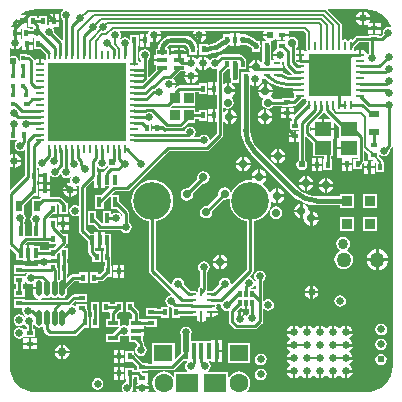
<source format=gtl>
%FSLAX24Y24*%
%MOIN*%
G70*
G01*
G75*
G04 Layer_Physical_Order=1*
G04 Layer_Color=255*
%ADD10C,0.0177*%
%ADD11C,0.0100*%
%ADD12C,0.0100*%
%ADD13R,0.0551X0.0453*%
%ADD14O,0.0177X0.0532*%
%ADD15R,0.0343X0.0343*%
%ADD16R,0.0157X0.0335*%
%ADD17O,0.0315X0.0079*%
%ADD18O,0.0079X0.0315*%
%ADD19R,0.2598X0.2598*%
%ADD20O,0.0295X0.0079*%
%ADD21R,0.1417X0.1417*%
%ADD22O,0.0079X0.0295*%
%ADD23O,0.0098X0.0276*%
%ADD24O,0.0276X0.0098*%
%ADD25R,0.0118X0.0193*%
%ADD26R,0.0118X0.0205*%
%ADD27R,0.0138X0.0217*%
%ADD28R,0.0157X0.0532*%
%ADD29R,0.0748X0.0630*%
%ADD30R,0.0630X0.0551*%
%ADD31R,0.0335X0.0374*%
%ADD32R,0.0335X0.0118*%
%ADD33R,0.0217X0.0098*%
%ADD34R,0.0197X0.0354*%
%ADD35R,0.0177X0.0177*%
%ADD36R,0.0157X0.0236*%
%ADD37R,0.0138X0.0157*%
%ADD38R,0.0335X0.0157*%
%ADD39R,0.0236X0.0157*%
%ADD40R,0.0354X0.0197*%
%ADD41C,0.0080*%
%ADD42C,0.0200*%
%ADD43C,0.1260*%
%ADD44C,0.0630*%
%ADD45C,0.0260*%
%ADD46C,0.0300*%
%ADD47C,0.0340*%
%ADD48C,0.0500*%
%ADD49C,0.0240*%
%ADD50C,0.0290*%
G36*
X-5500Y6388D02*
X-4599D01*
X-4590Y6358D01*
X-4636Y6327D01*
X-4678Y6264D01*
X-4693Y6190D01*
X-4678Y6116D01*
X-4636Y6053D01*
X-4611Y6036D01*
Y5362D01*
X-4641Y5350D01*
X-4902Y5611D01*
X-4896Y5640D01*
X-4911Y5714D01*
X-4936Y5752D01*
X-4920Y5782D01*
X-4734D01*
Y5960D01*
X-5092D01*
Y5858D01*
X-5098Y5855D01*
X-5128Y5874D01*
Y6178D01*
X-5406D01*
Y6092D01*
X-5484D01*
Y6158D01*
X-5762D01*
Y5802D01*
X-5616D01*
X-5599Y5783D01*
X-5602Y5750D01*
X-5607Y5747D01*
X-5624Y5722D01*
X-5704D01*
Y5758D01*
X-5770D01*
X-5798Y5762D01*
Y5940D01*
X-6156D01*
Y5798D01*
X-6157D01*
Y5620D01*
X-6018D01*
Y5735D01*
X-6012Y5740D01*
X-5982Y5726D01*
Y5411D01*
X-6001Y5400D01*
X-6011Y5399D01*
X-6018Y5406D01*
Y5540D01*
X-6197D01*
Y5580D01*
X-6237D01*
Y5798D01*
X-6309D01*
X-6327Y5822D01*
X-6322Y5840D01*
X-6239Y5994D01*
X-6184Y6061D01*
X-6156Y6051D01*
Y6020D01*
X-5798D01*
Y6198D01*
X-6000D01*
X-6010Y6226D01*
X-5994Y6239D01*
X-5840Y6322D01*
X-5673Y6372D01*
X-5505Y6389D01*
X-5500Y6388D01*
D02*
G37*
G36*
X-6145Y1992D02*
X-6167Y1977D01*
X-6209Y1914D01*
X-6224Y1840D01*
X-6209Y1766D01*
X-6167Y1703D01*
X-6104Y1661D01*
X-6030Y1646D01*
X-5956Y1661D01*
X-5908Y1693D01*
X-5878Y1677D01*
Y831D01*
X-6360Y348D01*
X-6388Y360D01*
Y1120D01*
X-6361Y1134D01*
X-6330Y1113D01*
X-6280Y1103D01*
Y1330D01*
Y1557D01*
X-6330Y1547D01*
X-6361Y1526D01*
X-6388Y1540D01*
Y2022D01*
X-6154D01*
X-6145Y1992D01*
D02*
G37*
G36*
X-484Y-5371D02*
X-487Y-5373D01*
X-529Y-5436D01*
X-544Y-5510D01*
X-529Y-5584D01*
X-487Y-5647D01*
X-460Y-5665D01*
X-469Y-5695D01*
X-906D01*
Y-5853D01*
X-936Y-5863D01*
X-983Y-5803D01*
X-1061Y-5742D01*
X-1152Y-5705D01*
X-1250Y-5692D01*
X-1348Y-5705D01*
X-1439Y-5742D01*
X-1517Y-5803D01*
X-1578Y-5881D01*
X-1615Y-5972D01*
X-1628Y-6070D01*
X-1615Y-6168D01*
X-1578Y-6259D01*
X-1517Y-6337D01*
X-1489Y-6359D01*
X-1498Y-6388D01*
X-1757D01*
X-1771Y-6361D01*
X-1743Y-6320D01*
X-1733Y-6270D01*
X-2187D01*
X-2177Y-6320D01*
X-2149Y-6361D01*
X-2163Y-6388D01*
X-2304D01*
X-2317Y-6358D01*
X-2281Y-6304D01*
X-2266Y-6230D01*
X-2281Y-6158D01*
Y-5928D01*
X-2254D01*
Y-5862D01*
X-2151D01*
X-2138Y-5875D01*
Y-6033D01*
X-2131D01*
X-2122Y-6062D01*
X-2126Y-6064D01*
X-2177Y-6140D01*
X-2187Y-6190D01*
X-1733D01*
X-1743Y-6140D01*
X-1794Y-6064D01*
X-1798Y-6062D01*
X-1789Y-6033D01*
X-1782D01*
Y-5756D01*
X-1940D01*
X-1989Y-5706D01*
X-1978Y-5679D01*
X-1782D01*
Y-5652D01*
X-968D01*
X-968Y-5652D01*
X-925Y-5644D01*
X-889Y-5619D01*
X-612Y-5343D01*
X-493D01*
X-484Y-5371D01*
D02*
G37*
G36*
X2090Y5642D02*
X2073Y5616D01*
X2064Y5570D01*
X2280D01*
Y5490D01*
X2064D01*
X2073Y5444D01*
X2121Y5371D01*
X2143Y5357D01*
X2134Y5328D01*
X2038D01*
Y5210D01*
X2037Y5208D01*
X2026Y5150D01*
Y4686D01*
X2014D01*
Y4650D01*
X1984Y4635D01*
X1916Y4681D01*
X1860Y4692D01*
Y4450D01*
X1820D01*
Y4410D01*
X1578D01*
X1589Y4354D01*
X1613Y4318D01*
X1597Y4288D01*
X1338D01*
Y4170D01*
X1337Y4168D01*
X1326Y4110D01*
Y2367D01*
X1325D01*
X1339Y2187D01*
X1382Y2011D01*
X1451Y1844D01*
X1545Y1690D01*
X1663Y1552D01*
X1663Y1552D01*
X1663Y1552D01*
X1663Y1552D01*
X3028Y188D01*
X3028Y188D01*
X3028Y187D01*
X3165Y70D01*
X3319Y-25D01*
X3486Y-94D01*
X3662Y-136D01*
X3842Y-150D01*
Y-150D01*
X4637D01*
Y-229D01*
X5099D01*
Y233D01*
X4637D01*
Y153D01*
X3842D01*
X3836Y152D01*
X3676Y168D01*
X3517Y216D01*
X3370Y295D01*
X3246Y396D01*
X3242Y402D01*
X1877Y1767D01*
X1871Y1771D01*
X1770Y1894D01*
X1691Y2042D01*
X1643Y2201D01*
X1627Y2360D01*
X1629Y2367D01*
Y3852D01*
X1659Y3868D01*
X1710Y3833D01*
X1760Y3823D01*
Y4050D01*
X1840D01*
Y3823D01*
X1890Y3833D01*
X1966Y3884D01*
X2017Y3960D01*
X2035Y4050D01*
X2034Y4051D01*
X2053Y4074D01*
X2131D01*
X2152Y4052D01*
X2152Y4052D01*
X2298Y3932D01*
X2464Y3843D01*
X2645Y3789D01*
X2832Y3770D01*
Y3773D01*
X3048D01*
X3062Y3746D01*
X3059Y3742D01*
X3057Y3728D01*
X3299D01*
Y3648D01*
X3057D01*
X3059Y3634D01*
X3090Y3587D01*
X3098Y3582D01*
X3105Y3541D01*
X3097Y3530D01*
X3089Y3491D01*
X3097Y3452D01*
X3099Y3450D01*
X3075Y3426D01*
X3048Y3416D01*
Y3416D01*
X3048Y3416D01*
X2692D01*
Y3382D01*
X2402D01*
X2378Y3418D01*
X2333Y3448D01*
X2330Y3452D01*
X2326Y3488D01*
X2371Y3554D01*
X2382Y3610D01*
X1898D01*
X1909Y3554D01*
X1963Y3473D01*
X2044Y3419D01*
X2052Y3418D01*
X2064Y3390D01*
X2037Y3350D01*
X2021Y3270D01*
X2037Y3190D01*
X2082Y3122D01*
X2150Y3077D01*
X2230Y3061D01*
X2310Y3077D01*
X2378Y3122D01*
X2402Y3158D01*
X2692D01*
Y3138D01*
X3048D01*
Y3165D01*
X3085D01*
X3085Y3165D01*
X3128Y3174D01*
X3164Y3198D01*
X3356Y3390D01*
X3407D01*
X3446Y3397D01*
X3454Y3403D01*
X3484Y3387D01*
Y3371D01*
X3500D01*
X3516Y3341D01*
X3510Y3333D01*
X3503Y3294D01*
Y3243D01*
X3116Y2856D01*
X3088Y2868D01*
Y2883D01*
X2910D01*
Y2744D01*
X3001D01*
X3020Y2721D01*
X3018Y2712D01*
X3018Y2712D01*
Y2646D01*
X2952D01*
Y2368D01*
X3246D01*
Y2332D01*
X3170D01*
Y2153D01*
Y1974D01*
X3246D01*
Y1357D01*
X3220Y1340D01*
X3180Y1280D01*
X3166Y1210D01*
X3180Y1140D01*
X3220Y1080D01*
X3280Y1040D01*
X3350Y1026D01*
X3420Y1040D01*
X3480Y1080D01*
X3520Y1140D01*
X3534Y1210D01*
X3520Y1280D01*
X3480Y1340D01*
X3470Y1346D01*
Y2116D01*
X3498Y2128D01*
X3711Y1914D01*
Y1479D01*
X4095D01*
Y1378D01*
X4068D01*
Y1022D01*
X4346D01*
Y1378D01*
X4319D01*
Y1479D01*
X4383D01*
Y2051D01*
X4405Y2069D01*
X4423D01*
Y2355D01*
X3671D01*
Y2332D01*
X3641Y2317D01*
X3630Y2325D01*
Y2473D01*
X3641Y2481D01*
X3671Y2466D01*
Y2435D01*
X4007D01*
Y2721D01*
X3905D01*
X3894Y2749D01*
X4077Y2932D01*
X4083Y2940D01*
X4112D01*
X4115Y2936D01*
X4302Y2749D01*
X4291Y2721D01*
X4087D01*
Y2435D01*
X4423D01*
Y2590D01*
X4450Y2601D01*
X4577Y2474D01*
Y2109D01*
X4555Y2091D01*
X4537D01*
Y1805D01*
X4913D01*
Y1725D01*
X4537D01*
Y1439D01*
X4644D01*
X4674Y1438D01*
X4674Y1409D01*
Y1260D01*
X5032D01*
Y1409D01*
X5032Y1438D01*
X5061Y1439D01*
X5208D01*
Y1398D01*
X5068D01*
Y1042D01*
X5346D01*
Y1200D01*
X5394Y1248D01*
X5414Y1243D01*
X5424Y1237D01*
Y1160D01*
X5563D01*
Y1338D01*
X5432D01*
Y1647D01*
X5460Y1659D01*
X5572Y1547D01*
Y1374D01*
X5724D01*
X5728Y1368D01*
X5712Y1338D01*
X5643D01*
Y1160D01*
X5782D01*
Y1270D01*
X5812Y1286D01*
X5818Y1281D01*
Y942D01*
X6096D01*
Y1298D01*
X6059D01*
Y1306D01*
X6051Y1345D01*
X6029Y1378D01*
X5928Y1479D01*
Y1520D01*
X5958Y1530D01*
X6016Y1491D01*
X6090Y1476D01*
X6164Y1491D01*
X6227Y1533D01*
X6269Y1596D01*
X6284Y1670D01*
X6278Y1699D01*
X6329Y1751D01*
X6329Y1751D01*
X6354Y1787D01*
X6358Y1808D01*
X6388Y1805D01*
Y-5500D01*
X6389Y-5505D01*
X6372Y-5673D01*
X6322Y-5840D01*
X6239Y-5994D01*
X6129Y-6129D01*
X5994Y-6239D01*
X5840Y-6322D01*
X5673Y-6372D01*
X5505Y-6389D01*
X5500Y-6388D01*
X1498D01*
X1489Y-6359D01*
X1517Y-6337D01*
X1578Y-6259D01*
X1615Y-6168D01*
X1628Y-6070D01*
X1615Y-5972D01*
X1578Y-5881D01*
X1517Y-5803D01*
X1439Y-5742D01*
X1348Y-5705D01*
X1250Y-5692D01*
X1152Y-5705D01*
X1061Y-5742D01*
X983Y-5803D01*
X936Y-5863D01*
X906Y-5853D01*
Y-5695D01*
X239D01*
X230Y-5665D01*
X257Y-5647D01*
X299Y-5584D01*
X314Y-5510D01*
X299Y-5436D01*
X257Y-5373D01*
X254Y-5371D01*
X263Y-5343D01*
X333D01*
Y-5383D01*
X472D01*
Y-5017D01*
Y-4651D01*
X333D01*
Y-4691D01*
X-349D01*
Y-4491D01*
X-331Y-4464D01*
X-316Y-4390D01*
X-331Y-4316D01*
X-373Y-4253D01*
X-436Y-4211D01*
X-510Y-4196D01*
X-584Y-4211D01*
X-647Y-4253D01*
X-689Y-4316D01*
X-704Y-4390D01*
X-689Y-4464D01*
X-675Y-4485D01*
Y-5017D01*
X-663Y-5076D01*
X-857Y-5271D01*
X-885Y-5259D01*
Y-4750D01*
X-1635D01*
Y-5421D01*
X-1662Y-5428D01*
X-1782D01*
Y-5401D01*
X-1940D01*
X-2231Y-5111D01*
X-2254Y-5095D01*
Y-5012D01*
X-2532D01*
Y-5368D01*
X-2290D01*
X-2138Y-5520D01*
Y-5638D01*
X-2254D01*
Y-5572D01*
X-2532D01*
Y-5928D01*
X-2505D01*
Y-6045D01*
X-2534Y-6051D01*
X-2597Y-6093D01*
X-2639Y-6156D01*
X-2654Y-6230D01*
X-2639Y-6304D01*
X-2603Y-6358D01*
X-2616Y-6388D01*
X-5500D01*
X-5505Y-6389D01*
X-5673Y-6372D01*
X-5840Y-6322D01*
X-5994Y-6239D01*
X-6129Y-6129D01*
X-6239Y-5994D01*
X-6322Y-5840D01*
X-6372Y-5673D01*
X-6389Y-5505D01*
X-6388Y-5500D01*
Y-1586D01*
X-6360Y-1574D01*
X-6165Y-1770D01*
Y-1977D01*
X-5949D01*
Y-2017D01*
X-5810D01*
Y-1750D01*
Y-1483D01*
X-5855D01*
X-5866Y-1455D01*
X-5803Y-1391D01*
X-5086D01*
Y-1457D01*
X-4846D01*
X-4833Y-1487D01*
X-4918Y-1572D01*
X-5076D01*
Y-1638D01*
X-5375D01*
Y-1523D01*
X-5591D01*
Y-1483D01*
X-5730D01*
Y-1750D01*
Y-2017D01*
X-5591D01*
Y-1977D01*
X-5486D01*
X-5477Y-1987D01*
X-5011D01*
X-5017Y-1958D01*
X-4994Y-1928D01*
X-4798D01*
Y-1770D01*
X-4749Y-1721D01*
X-4722Y-1732D01*
Y-1928D01*
X-4695D01*
Y-2072D01*
X-4722D01*
Y-2428D01*
X-4695D01*
Y-2601D01*
X-4743Y-2634D01*
X-4773Y-2625D01*
X-4780Y-2619D01*
Y-2295D01*
X-4780Y-2295D01*
X-4788Y-2252D01*
X-4798Y-2237D01*
Y-2072D01*
X-4988D01*
X-4992Y-2067D01*
X-5464D01*
X-5454Y-2117D01*
X-5429Y-2154D01*
X-5443Y-2181D01*
X-5882D01*
Y-2154D01*
X-6238D01*
Y-2432D01*
X-5882D01*
Y-2405D01*
X-5809D01*
X-5800Y-2435D01*
X-5827Y-2453D01*
X-5856Y-2497D01*
X-5882Y-2508D01*
X-5882D01*
X-5882Y-2508D01*
X-5882Y-2508D01*
X-6238D01*
Y-2786D01*
X-6172D01*
Y-2927D01*
X-6238D01*
Y-3204D01*
X-5882D01*
Y-2927D01*
X-5948D01*
Y-2786D01*
X-5882D01*
Y-2699D01*
X-5852Y-2690D01*
X-5827Y-2727D01*
X-5764Y-2769D01*
X-5690Y-2784D01*
X-5626Y-2771D01*
X-5596Y-2789D01*
Y-2878D01*
X-5404D01*
Y-2958D01*
X-5596D01*
Y-3095D01*
X-5581Y-3169D01*
X-5540Y-3231D01*
X-5477Y-3273D01*
X-5451Y-3278D01*
X-5454Y-3308D01*
X-5882D01*
Y-3281D01*
X-6238D01*
Y-3559D01*
X-5973D01*
X-5961Y-3581D01*
X-5960Y-3589D01*
X-5974Y-3660D01*
X-5959Y-3734D01*
X-5917Y-3797D01*
X-5874Y-3826D01*
X-5870Y-3862D01*
X-5876Y-3868D01*
X-5908Y-3865D01*
X-5923Y-3843D01*
X-5986Y-3801D01*
X-6060Y-3786D01*
X-6134Y-3801D01*
X-6197Y-3843D01*
X-6239Y-3906D01*
X-6254Y-3980D01*
X-6239Y-4054D01*
X-6197Y-4117D01*
X-6134Y-4159D01*
X-6060Y-4174D01*
X-5986Y-4159D01*
X-5935Y-4125D01*
X-5897Y-4127D01*
X-5877Y-4157D01*
X-5822Y-4194D01*
Y-4274D01*
X-5888D01*
X-5888Y-4274D01*
Y-4274D01*
X-5917Y-4283D01*
X-5923Y-4273D01*
X-5986Y-4231D01*
X-6060Y-4216D01*
X-6134Y-4231D01*
X-6197Y-4273D01*
X-6239Y-4336D01*
X-6254Y-4410D01*
X-6239Y-4484D01*
X-6197Y-4547D01*
X-6134Y-4589D01*
X-6060Y-4604D01*
X-5986Y-4589D01*
X-5923Y-4547D01*
X-5917Y-4538D01*
X-5888Y-4546D01*
Y-4552D01*
X-5532D01*
Y-4274D01*
X-5598D01*
Y-4149D01*
X-5578Y-4119D01*
X-5546Y-4126D01*
X-5544Y-4137D01*
X-5511Y-4186D01*
X-5462Y-4219D01*
X-5404Y-4231D01*
X-5346Y-4219D01*
X-5297Y-4186D01*
X-5267Y-4195D01*
X-5260Y-4201D01*
Y-4292D01*
X-5260Y-4292D01*
X-5252Y-4335D01*
X-5227Y-4371D01*
X-5129Y-4469D01*
X-5129Y-4469D01*
X-5093Y-4494D01*
X-5050Y-4502D01*
X-4232D01*
X-4231Y-4502D01*
X-4189Y-4494D01*
X-4152Y-4469D01*
X-3911Y-4228D01*
X-3753D01*
Y-3872D01*
X-3779D01*
Y-3686D01*
X-3779Y-3686D01*
X-3788Y-3643D01*
X-3812Y-3607D01*
Y-3448D01*
X-4168D01*
Y-3507D01*
X-4198Y-3523D01*
X-4246Y-3491D01*
X-4291Y-3482D01*
X-4301Y-3449D01*
X-4198Y-3347D01*
X-4168Y-3349D01*
Y-3372D01*
X-3812D01*
Y-3094D01*
X-4168D01*
Y-3121D01*
X-4243D01*
X-4286Y-3129D01*
X-4322Y-3154D01*
X-4322Y-3154D01*
X-4476Y-3308D01*
X-4700D01*
X-4700Y-3308D01*
X-4700Y-3308D01*
X-5353D01*
X-5356Y-3278D01*
X-5330Y-3273D01*
X-5268Y-3231D01*
X-5251Y-3205D01*
X-5206Y-3235D01*
X-5148Y-3247D01*
X-5090Y-3235D01*
X-5041Y-3202D01*
X-5035Y-3193D01*
X-5005D01*
X-4999Y-3202D01*
X-4950Y-3235D01*
X-4892Y-3247D01*
X-4834Y-3235D01*
X-4785Y-3202D01*
X-4779Y-3193D01*
X-4749D01*
X-4743Y-3202D01*
X-4694Y-3235D01*
X-4636Y-3247D01*
X-4578Y-3235D01*
X-4529Y-3202D01*
X-4496Y-3153D01*
X-4485Y-3095D01*
Y-2925D01*
X-4242Y-2682D01*
X-4066D01*
Y-2748D01*
X-3788D01*
Y-2392D01*
X-4066D01*
Y-2458D01*
X-4288D01*
X-4288Y-2458D01*
X-4331Y-2466D01*
X-4368Y-2491D01*
X-4368Y-2491D01*
X-4443Y-2566D01*
X-4471Y-2555D01*
Y-2428D01*
X-4444D01*
Y-2072D01*
X-4471D01*
Y-1928D01*
X-4444D01*
Y-1572D01*
X-4561D01*
X-4573Y-1544D01*
X-4514Y-1485D01*
X-4514Y-1485D01*
X-4495Y-1457D01*
X-4454D01*
Y-1101D01*
X-4612D01*
X-4708Y-1006D01*
X-4696Y-978D01*
X-4643D01*
Y-800D01*
X-4782D01*
Y-864D01*
X-4812Y-880D01*
X-4818Y-876D01*
Y-582D01*
X-5058D01*
X-5070Y-552D01*
X-4967Y-448D01*
X-4808D01*
Y-122D01*
X-4778Y-110D01*
X-4732Y-157D01*
Y-448D01*
X-4454D01*
Y-92D01*
X-4491D01*
X-4514Y-58D01*
X-4514Y-58D01*
X-4661Y89D01*
X-4697Y114D01*
X-4740Y122D01*
X-4740Y122D01*
X-5018D01*
X-5044Y132D01*
X-5044Y152D01*
Y310D01*
X-5402D01*
Y132D01*
X-5344D01*
X-5335Y102D01*
X-5354Y89D01*
X-5354Y89D01*
X-5396Y47D01*
X-5633D01*
Y-427D01*
X-5633Y-427D01*
X-5633D01*
X-5640Y-456D01*
X-5651Y-463D01*
X-5693Y-526D01*
X-5708Y-600D01*
X-5693Y-674D01*
X-5651Y-737D01*
X-5640Y-745D01*
X-5649Y-775D01*
X-5653D01*
Y-1167D01*
X-5849D01*
X-5864Y-1170D01*
X-5887Y-1151D01*
Y-775D01*
X-5914D01*
Y-734D01*
X-5903Y-727D01*
X-5861Y-664D01*
X-5846Y-590D01*
X-5861Y-516D01*
X-5902Y-455D01*
X-5907Y-427D01*
X-5907Y-427D01*
X-5907Y-427D01*
Y-138D01*
X-5597Y172D01*
X-5438D01*
Y528D01*
X-5465D01*
Y662D01*
X-5438D01*
Y1018D01*
X-5465D01*
Y1082D01*
X-5439Y1096D01*
X-5414Y1083D01*
X-5402Y1058D01*
Y1058D01*
X-5402Y1058D01*
X-5402Y1058D01*
Y880D01*
X-5223D01*
Y840D01*
X-5183D01*
Y622D01*
X-5044D01*
Y824D01*
X-5014Y831D01*
X-4954Y791D01*
X-4880Y776D01*
X-4806Y791D01*
X-4743Y833D01*
X-4711Y881D01*
X-4679Y876D01*
X-4637Y813D01*
X-4574Y771D01*
X-4500Y756D01*
X-4426Y771D01*
X-4380Y802D01*
X-4358Y780D01*
X-4369Y764D01*
X-4384Y690D01*
X-4370Y623D01*
X-4370Y614D01*
X-4388Y591D01*
X-4460Y577D01*
X-4536Y526D01*
X-4587Y450D01*
X-4597Y400D01*
X-4143D01*
X-4153Y450D01*
X-4170Y475D01*
X-4159Y503D01*
X-4116Y511D01*
X-4102Y520D01*
X-4076Y502D01*
X-4082Y470D01*
X-4082Y470D01*
Y-155D01*
X-4109Y-169D01*
X-4136Y-151D01*
X-4210Y-136D01*
X-4284Y-151D01*
X-4347Y-193D01*
X-4389Y-256D01*
X-4404Y-330D01*
X-4389Y-404D01*
X-4347Y-467D01*
X-4284Y-509D01*
X-4210Y-524D01*
X-4136Y-509D01*
X-4109Y-491D01*
X-4082Y-505D01*
Y-1003D01*
X-4082Y-1003D01*
X-4074Y-1046D01*
X-4049Y-1082D01*
X-3788Y-1344D01*
Y-1551D01*
X-3761D01*
Y-1703D01*
X-3761Y-1703D01*
X-3753Y-1745D01*
X-3728Y-1782D01*
X-3630Y-1880D01*
Y-2038D01*
X-3353D01*
Y-1682D01*
X-3511D01*
X-3537Y-1656D01*
Y-1591D01*
X-3433D01*
Y-1324D01*
Y-1057D01*
X-3572D01*
Y-1097D01*
X-3718D01*
X-3858Y-957D01*
Y424D01*
X-3602Y679D01*
X-3575Y668D01*
Y437D01*
X-3436D01*
Y704D01*
Y971D01*
X-3488D01*
Y1108D01*
X-3459Y1116D01*
X-3457Y1113D01*
X-3394Y1071D01*
X-3320Y1056D01*
X-3246Y1071D01*
X-3183Y1113D01*
X-3147Y1167D01*
X-3114Y1171D01*
X-3107Y1160D01*
X-3102Y1142D01*
X-3109Y1120D01*
X-3219Y1009D01*
X-3244Y973D01*
X-3244Y971D01*
X-3356D01*
Y704D01*
Y437D01*
X-3217D01*
Y477D01*
X-3073D01*
X-3062Y449D01*
X-3327Y183D01*
X-3535D01*
Y-271D01*
X-3257D01*
Y-64D01*
X-3051Y143D01*
X-3023Y131D01*
Y-271D01*
X-2815D01*
X-2632Y-455D01*
Y-490D01*
X-2662Y-499D01*
X-2693Y-453D01*
X-2756Y-411D01*
X-2830Y-396D01*
X-2904Y-411D01*
X-2967Y-453D01*
X-2968Y-455D01*
X-2998Y-446D01*
Y-349D01*
X-3276D01*
Y-748D01*
X-3319D01*
X-3510Y-556D01*
Y-349D01*
X-3788D01*
Y-803D01*
X-3580D01*
X-3444Y-939D01*
X-3444Y-939D01*
X-3408Y-964D01*
X-3365Y-972D01*
X-2687D01*
X-2657Y-1017D01*
X-2594Y-1059D01*
X-2520Y-1074D01*
X-2446Y-1059D01*
X-2383Y-1017D01*
X-2341Y-954D01*
X-2326Y-880D01*
X-2341Y-806D01*
X-2383Y-743D01*
X-2408Y-726D01*
Y-408D01*
X-2408Y-408D01*
X-2416Y-365D01*
X-2441Y-329D01*
X-2441Y-329D01*
X-2745Y-24D01*
Y183D01*
X-2971D01*
X-2982Y211D01*
X-2879Y315D01*
X-2464D01*
X-2464Y315D01*
X-2421Y323D01*
X-2385Y347D01*
X-1079Y1653D01*
X191D01*
X191Y1653D01*
X234Y1662D01*
X271Y1686D01*
X699Y2115D01*
X724Y2151D01*
X732Y2194D01*
X732Y2194D01*
Y2608D01*
X761Y2617D01*
X763Y2613D01*
X844Y2559D01*
X900Y2548D01*
Y2790D01*
Y3032D01*
X844Y3021D01*
X763Y2967D01*
X761Y2963D01*
X732Y2972D01*
Y3086D01*
X762Y3102D01*
X800Y3077D01*
X880Y3061D01*
X960Y3077D01*
X1028Y3122D01*
X1073Y3190D01*
X1089Y3270D01*
X1073Y3350D01*
X1028Y3418D01*
X1010Y3430D01*
Y3466D01*
X1067Y3503D01*
X1121Y3584D01*
X1132Y3640D01*
X890D01*
Y3680D01*
X850D01*
Y3922D01*
X794Y3911D01*
X759Y3887D01*
X732Y3901D01*
Y4256D01*
X854Y4378D01*
X969D01*
Y4113D01*
X980Y4055D01*
X984Y4049D01*
Y3942D01*
X961Y3916D01*
X930Y3922D01*
Y3720D01*
X1132D01*
X1121Y3776D01*
X1067Y3857D01*
X999Y3902D01*
X1008Y3932D01*
X1262D01*
Y4063D01*
X1271Y4113D01*
Y4378D01*
X1505D01*
Y4715D01*
X1474D01*
X1455Y4743D01*
X1455Y4743D01*
X1354Y4844D01*
X1318Y4868D01*
X1275Y4877D01*
X1275Y4877D01*
X685D01*
X685Y4877D01*
X642Y4868D01*
X606Y4844D01*
X606Y4844D01*
X521Y4760D01*
X450Y4774D01*
X376Y4759D01*
X313Y4717D01*
X292Y4685D01*
X256Y4686D01*
X216Y4746D01*
X140Y4797D01*
X90Y4807D01*
Y4580D01*
Y4353D01*
X140Y4363D01*
X216Y4414D01*
X256Y4474D01*
X292Y4475D01*
X313Y4443D01*
X376Y4401D01*
X450Y4386D01*
X518Y4400D01*
X534Y4380D01*
X536Y4375D01*
X516Y4345D01*
X508Y4303D01*
X508Y4303D01*
Y3948D01*
X457D01*
Y3730D01*
Y3512D01*
X508D01*
Y3068D01*
X457D01*
Y2850D01*
Y2632D01*
X508D01*
Y2240D01*
X305Y2038D01*
X277Y2047D01*
X269Y2085D01*
X227Y2147D01*
X164Y2189D01*
X90Y2204D01*
X16Y2189D01*
X-47Y2147D01*
X-64Y2123D01*
X-224D01*
X-237Y2153D01*
X-201Y2206D01*
X-186Y2280D01*
X-201Y2354D01*
X-243Y2417D01*
X-306Y2459D01*
X-380Y2474D01*
X-454Y2459D01*
X-517Y2417D01*
X-559Y2354D01*
X-566Y2319D01*
X-1284D01*
Y2400D01*
X-1642D01*
Y2319D01*
X-1678D01*
Y2566D01*
X-1672Y2570D01*
X-1642Y2552D01*
Y2480D01*
X-1275D01*
X-1256Y2488D01*
X-1209Y2441D01*
X-1173Y2416D01*
X-1130Y2408D01*
X-1130Y2408D01*
X-691D01*
X-648Y2416D01*
X-612Y2441D01*
X-601Y2457D01*
X-584Y2468D01*
X-455Y2598D01*
X-196D01*
Y2732D01*
X-76D01*
Y2672D01*
X202D01*
Y3028D01*
X-76D01*
Y2957D01*
X-196D01*
Y3092D01*
X-999D01*
X-1012Y3122D01*
X-965Y3168D01*
X-196D01*
Y3618D01*
X-76D01*
Y3552D01*
X202D01*
Y3908D01*
X-76D01*
Y3842D01*
X-730D01*
X-730Y3842D01*
X-773Y3834D01*
X-809Y3809D01*
X-809Y3809D01*
X-845Y3773D01*
X-869Y3793D01*
X-863Y3800D01*
X-853Y3850D01*
X-1080D01*
Y3930D01*
X-853D01*
X-863Y3980D01*
X-914Y4056D01*
X-924Y4063D01*
X-927Y4093D01*
X-705Y4315D01*
X-542D01*
X-526Y4285D01*
X-557Y4240D01*
X-567Y4190D01*
X-113D01*
X-123Y4240D01*
X-174Y4316D01*
X-226Y4350D01*
Y4386D01*
X-184Y4414D01*
X-165Y4443D01*
X-135D01*
X-116Y4414D01*
X-40Y4363D01*
X10Y4353D01*
Y4580D01*
Y4807D01*
X-40Y4797D01*
X-116Y4746D01*
X-135Y4717D01*
X-165D01*
X-184Y4746D01*
X-260Y4797D01*
X-310Y4807D01*
Y4580D01*
X-390D01*
Y4807D01*
X-440Y4797D01*
X-447Y4792D01*
X-477Y4808D01*
Y4906D01*
X-1012D01*
Y4872D01*
X-1028Y4849D01*
X-1068D01*
Y5065D01*
X-1114D01*
X-1126Y5080D01*
X-1130Y5095D01*
X-1094Y5148D01*
X-1037Y5187D01*
X-973Y5199D01*
X-970Y5199D01*
X-577D01*
X-575Y5199D01*
X-520Y5188D01*
X-472Y5156D01*
X-439Y5107D01*
X-428Y5051D01*
X-429Y5050D01*
X-429D01*
X-417Y4992D01*
X-416Y4990D01*
Y4872D01*
X-138D01*
Y4990D01*
X-137Y4992D01*
X-126Y5050D01*
X-125D01*
X-138Y5154D01*
Y5228D01*
X-165D01*
X-185Y5276D01*
X-209Y5307D01*
X-188Y5329D01*
X-150Y5303D01*
X-100Y5293D01*
Y5480D01*
X-287D01*
X-277Y5430D01*
X-266Y5414D01*
X-288Y5394D01*
X-351Y5442D01*
X-460Y5487D01*
X-577Y5502D01*
Y5501D01*
X-970D01*
Y5503D01*
X-1094Y5486D01*
X-1209Y5439D01*
X-1308Y5363D01*
X-1384Y5264D01*
X-1432Y5148D01*
X-1443Y5065D01*
X-1523D01*
Y4849D01*
X-1563D01*
Y4730D01*
X-1296D01*
Y4650D01*
X-1563D01*
Y4531D01*
X-1523D01*
Y4365D01*
X-1750Y4138D01*
X-1778Y4150D01*
Y4706D01*
X-1753Y4723D01*
X-1711Y4786D01*
X-1696Y4860D01*
X-1711Y4934D01*
X-1753Y4997D01*
X-1816Y5039D01*
X-1890Y5054D01*
X-1964Y5039D01*
X-2027Y4997D01*
X-2069Y4934D01*
X-2084Y4860D01*
X-2069Y4786D01*
X-2027Y4723D01*
X-2002Y4706D01*
Y4630D01*
X-2032Y4621D01*
X-2045Y4641D01*
X-2078Y4663D01*
X-2117Y4671D01*
X-2123D01*
Y5172D01*
X-2088D01*
Y5528D01*
X-2366D01*
Y5380D01*
X-2396Y5371D01*
X-2413Y5397D01*
X-2476Y5439D01*
X-2550Y5454D01*
X-2624Y5439D01*
X-2676Y5404D01*
X-2698Y5426D01*
X-2691Y5436D01*
X-2676Y5510D01*
X-2691Y5584D01*
X-2727Y5638D01*
X-2715Y5668D01*
X-1770D01*
X-1755Y5642D01*
X-1777Y5610D01*
X-1785Y5568D01*
X-1833D01*
Y5350D01*
Y5132D01*
X-1694D01*
Y5301D01*
X-1668Y5315D01*
X-1650Y5303D01*
X-1600Y5293D01*
Y5520D01*
X-1560D01*
Y5560D01*
X-1333D01*
X-1343Y5610D01*
X-1365Y5642D01*
X-1350Y5668D01*
X-270D01*
X-255Y5642D01*
X-277Y5610D01*
X-287Y5560D01*
X167D01*
X157Y5610D01*
X135Y5642D01*
X150Y5668D01*
X2076D01*
X2090Y5642D01*
D02*
G37*
G36*
X5582Y5254D02*
X5588D01*
Y4924D01*
X5563Y4907D01*
X5561Y4904D01*
X5529Y4910D01*
X5527Y4923D01*
X5496Y4969D01*
X5450Y5000D01*
X5395Y5011D01*
X5327D01*
Y4869D01*
X5247D01*
Y5011D01*
X5179D01*
X5125Y5000D01*
X5121Y4998D01*
X5102Y4989D01*
X5102D01*
X5088Y4997D01*
X5076Y5027D01*
X5083Y5066D01*
Y5117D01*
X5247Y5281D01*
X5582D01*
Y5254D01*
D02*
G37*
G36*
X2769Y4641D02*
Y4519D01*
X2769Y4519D01*
X2778Y4476D01*
X2802Y4439D01*
X3018Y4224D01*
X3005Y4194D01*
X2921D01*
X2917Y4193D01*
X2830Y4210D01*
X2757Y4259D01*
X2755Y4262D01*
X2726Y4282D01*
Y4340D01*
X2517D01*
Y4420D01*
X2726D01*
Y4529D01*
X2686D01*
Y4629D01*
X2710Y4633D01*
X2743Y4655D01*
X2769Y4641D01*
D02*
G37*
G36*
X-5585Y5447D02*
X-5582Y5418D01*
X-5582D01*
Y5062D01*
X-5373D01*
X-5191Y4879D01*
Y4747D01*
X-5185Y4719D01*
X-5186Y4719D01*
X-5211Y4700D01*
X-5212Y4701D01*
X-5267Y4712D01*
X-5345D01*
Y4570D01*
X-5425D01*
Y4712D01*
X-5503D01*
X-5557Y4701D01*
X-5584Y4712D01*
X-5586Y4723D01*
X-5611Y4759D01*
X-5611Y4759D01*
X-5688Y4837D01*
X-5725Y4861D01*
X-5768Y4870D01*
X-5768Y4870D01*
X-5801D01*
Y4897D01*
X-6059D01*
Y4665D01*
X-6089Y4662D01*
X-6100Y4720D01*
X-6140Y4780D01*
X-6200Y4820D01*
X-6270Y4834D01*
X-6340Y4820D01*
X-6361Y4805D01*
X-6388Y4820D01*
Y5076D01*
X-6358Y5092D01*
X-6300Y5053D01*
X-6250Y5043D01*
Y5270D01*
X-6170D01*
Y5043D01*
X-6120Y5053D01*
X-6044Y5104D01*
X-6006Y5161D01*
X-5976Y5152D01*
Y5022D01*
X-5837D01*
Y5240D01*
X-5797D01*
Y5280D01*
X-5618D01*
Y5436D01*
X-5591Y5451D01*
X-5585Y5447D01*
D02*
G37*
G36*
X3502Y5594D02*
Y5174D01*
X3503Y5171D01*
Y5066D01*
X3510Y5027D01*
X3516Y5019D01*
X3509Y5005D01*
X3484Y4989D01*
X3465Y4998D01*
X3462Y5000D01*
X3407Y5011D01*
X3339D01*
Y4869D01*
X3259D01*
Y5011D01*
X3191D01*
X3177Y5008D01*
X3153Y5027D01*
Y5086D01*
X3178Y5102D01*
X3223Y5170D01*
X3239Y5250D01*
X3223Y5330D01*
X3178Y5398D01*
X3110Y5443D01*
X3030Y5459D01*
X2950Y5443D01*
X2945Y5439D01*
X2918Y5454D01*
Y5487D01*
X2740D01*
Y5348D01*
X2790D01*
X2807Y5318D01*
X2804Y5312D01*
X2522D01*
Y5061D01*
X2454Y5016D01*
X2403Y4940D01*
X2393Y4890D01*
X2620D01*
Y4810D01*
X2393D01*
X2403Y4760D01*
X2435Y4713D01*
X2421Y4686D01*
X2329D01*
Y5150D01*
X2317Y5208D01*
X2316Y5210D01*
Y5313D01*
X2366Y5323D01*
X2439Y5371D01*
X2453Y5393D01*
X2482Y5384D01*
Y5348D01*
X2660D01*
Y5527D01*
X2700D01*
Y5567D01*
X2918D01*
Y5668D01*
X3428D01*
X3502Y5594D01*
D02*
G37*
G36*
X5673Y6372D02*
X5840Y6322D01*
X5994Y6239D01*
X6129Y6129D01*
X6239Y5994D01*
X6322Y5840D01*
X6334Y5799D01*
X6309Y5780D01*
X6240Y5794D01*
X6166Y5779D01*
X6103Y5737D01*
X6061Y5674D01*
X6046Y5600D01*
X6052Y5571D01*
X5986Y5505D01*
X5938D01*
Y5532D01*
X5582D01*
Y5505D01*
X5201D01*
X5201Y5505D01*
X5158Y5496D01*
X5121Y5472D01*
X5024Y5374D01*
X5021Y5376D01*
X4982Y5384D01*
X4943Y5376D01*
X4910Y5354D01*
X4902Y5341D01*
X4866D01*
X4857Y5354D01*
X4824Y5376D01*
X4785Y5384D01*
X4746Y5376D01*
X4720Y5359D01*
X4697Y5367D01*
X4690Y5372D01*
Y5852D01*
X4683Y5891D01*
X4660Y5924D01*
X4224Y6360D01*
X4236Y6388D01*
X5500D01*
X5505Y6389D01*
X5673Y6372D01*
D02*
G37*
%LPC*%
G36*
X3720Y-2834D02*
Y-3010D01*
X3896D01*
X3887Y-2964D01*
X3839Y-2891D01*
X3766Y-2843D01*
X3720Y-2834D01*
D02*
G37*
G36*
X590Y-1798D02*
X534Y-1809D01*
X453Y-1863D01*
X399Y-1944D01*
X388Y-2000D01*
X590D01*
Y-1798D01*
D02*
G37*
G36*
X4730Y-1200D02*
X4640Y-1217D01*
X4564Y-1268D01*
X4513Y-1344D01*
X4495Y-1434D01*
X4513Y-1524D01*
X4564Y-1600D01*
X4628Y-1643D01*
X4626Y-1676D01*
X4594Y-1689D01*
X4529Y-1739D01*
X4479Y-1804D01*
X4448Y-1879D01*
X4437Y-1960D01*
X4448Y-2041D01*
X4479Y-2116D01*
X4529Y-2181D01*
X4594Y-2231D01*
X4669Y-2262D01*
X4750Y-2273D01*
X4831Y-2262D01*
X4906Y-2231D01*
X4971Y-2181D01*
X5021Y-2116D01*
X5052Y-2041D01*
X5063Y-1960D01*
X5052Y-1879D01*
X5021Y-1804D01*
X4971Y-1739D01*
X4906Y-1689D01*
X4851Y-1666D01*
X4847Y-1632D01*
X4896Y-1600D01*
X4947Y-1524D01*
X4965Y-1434D01*
X4947Y-1344D01*
X4896Y-1268D01*
X4820Y-1217D01*
X4730Y-1200D01*
D02*
G37*
G36*
X-2793Y-2390D02*
X-2932D01*
Y-2568D01*
X-2793D01*
Y-2390D01*
D02*
G37*
G36*
X3640Y-2834D02*
X3594Y-2843D01*
X3521Y-2891D01*
X3473Y-2964D01*
X3464Y-3010D01*
X3640D01*
Y-2834D01*
D02*
G37*
G36*
X3896Y-3090D02*
X3720D01*
Y-3266D01*
X3766Y-3257D01*
X3839Y-3209D01*
X3887Y-3136D01*
X3896Y-3090D01*
D02*
G37*
G36*
X670Y-1798D02*
Y-2000D01*
X872D01*
X861Y-1944D01*
X807Y-1863D01*
X726Y-1809D01*
X670Y-1798D01*
D02*
G37*
G36*
X5830Y-1612D02*
X5779Y-1619D01*
X5693Y-1654D01*
X5620Y-1710D01*
X5564Y-1783D01*
X5529Y-1869D01*
X5522Y-1920D01*
X5830D01*
Y-1612D01*
D02*
G37*
G36*
Y-2000D02*
X5522D01*
X5529Y-2051D01*
X5564Y-2137D01*
X5620Y-2210D01*
X5693Y-2266D01*
X5779Y-2301D01*
X5830Y-2308D01*
Y-2000D01*
D02*
G37*
G36*
X-3214Y-1057D02*
X-3353D01*
Y-1324D01*
Y-1591D01*
X-3249D01*
Y-1682D01*
X-3276D01*
Y-2038D01*
X-3219D01*
Y-2172D01*
X-3246D01*
Y-2330D01*
X-3374Y-2458D01*
X-3434D01*
Y-2392D01*
X-3712D01*
Y-2748D01*
X-3434D01*
Y-2682D01*
X-3327D01*
X-3327Y-2682D01*
X-3284Y-2674D01*
X-3248Y-2649D01*
X-3127Y-2528D01*
X-2968D01*
Y-2172D01*
X-2995D01*
Y-1890D01*
X-2998Y-1873D01*
Y-1682D01*
X-3025D01*
Y-1551D01*
X-2998D01*
Y-1097D01*
X-3214D01*
Y-1057D01*
D02*
G37*
G36*
X-2574Y-2132D02*
X-2713D01*
Y-2310D01*
X-2574D01*
Y-2132D01*
D02*
G37*
G36*
X-2793D02*
X-2932D01*
Y-2310D01*
X-2793D01*
Y-2132D01*
D02*
G37*
G36*
X872Y-2080D02*
X670D01*
Y-2282D01*
X726Y-2271D01*
X807Y-2217D01*
X861Y-2136D01*
X872Y-2080D01*
D02*
G37*
G36*
X-2574Y-2390D02*
X-2713D01*
Y-2568D01*
X-2574D01*
Y-2390D01*
D02*
G37*
G36*
X6218Y-2000D02*
X5910D01*
Y-2308D01*
X5961Y-2301D01*
X6047Y-2266D01*
X6120Y-2210D01*
X6176Y-2137D01*
X6211Y-2051D01*
X6218Y-2000D01*
D02*
G37*
G36*
X590Y-2080D02*
X388D01*
X399Y-2136D01*
X453Y-2217D01*
X534Y-2271D01*
X590Y-2282D01*
Y-2080D01*
D02*
G37*
G36*
X3300Y-98D02*
X3244Y-109D01*
X3163Y-163D01*
X3109Y-244D01*
X3098Y-300D01*
X3300D01*
Y-98D01*
D02*
G37*
G36*
X5863Y233D02*
X5401D01*
Y-229D01*
X5863D01*
Y233D01*
D02*
G37*
G36*
X3300Y-380D02*
X3098D01*
X3109Y-436D01*
X3163Y-517D01*
X3244Y-571D01*
X3300Y-582D01*
Y-380D01*
D02*
G37*
G36*
X3710Y-348D02*
Y-550D01*
X3912D01*
X3901Y-494D01*
X3847Y-413D01*
X3766Y-359D01*
X3710Y-348D01*
D02*
G37*
G36*
X2762Y130D02*
X2560D01*
Y-72D01*
X2616Y-61D01*
X2697Y-7D01*
X2751Y74D01*
X2762Y130D01*
D02*
G37*
G36*
X2560Y412D02*
Y210D01*
X2762D01*
X2751Y266D01*
X2697Y347D01*
X2616Y401D01*
X2560Y412D01*
D02*
G37*
G36*
X4120Y470D02*
X3918D01*
X3929Y414D01*
X3983Y333D01*
X4064Y279D01*
X4120Y268D01*
Y470D01*
D02*
G37*
G36*
X-4410Y320D02*
X-4597D01*
X-4587Y270D01*
X-4536Y194D01*
X-4460Y143D01*
X-4410Y133D01*
Y320D01*
D02*
G37*
G36*
X-4143D02*
X-4330D01*
Y133D01*
X-4280Y143D01*
X-4204Y194D01*
X-4153Y270D01*
X-4143Y320D01*
D02*
G37*
G36*
X5863Y-531D02*
X5401D01*
Y-993D01*
X5863D01*
Y-531D01*
D02*
G37*
G36*
X-4424Y-800D02*
X-4563D01*
Y-978D01*
X-4424D01*
Y-800D01*
D02*
G37*
G36*
X5910Y-1612D02*
Y-1920D01*
X6218D01*
X6211Y-1869D01*
X6176Y-1783D01*
X6120Y-1710D01*
X6047Y-1654D01*
X5961Y-1619D01*
X5910Y-1612D01*
D02*
G37*
G36*
X5099Y-531D02*
X4637D01*
Y-993D01*
X5099D01*
Y-531D01*
D02*
G37*
G36*
X3380Y-98D02*
Y-340D01*
Y-582D01*
X3394Y-579D01*
X3423Y-604D01*
X3439Y-686D01*
X3493Y-767D01*
X3574Y-821D01*
X3630Y-832D01*
Y-590D01*
Y-348D01*
X3616Y-351D01*
X3587Y-326D01*
X3571Y-244D01*
X3517Y-163D01*
X3436Y-109D01*
X3380Y-98D01*
D02*
G37*
G36*
X-4424Y-542D02*
X-4563D01*
Y-720D01*
X-4424D01*
Y-542D01*
D02*
G37*
G36*
X2490Y-191D02*
X2410Y-207D01*
X2342Y-252D01*
X2297Y-320D01*
X2281Y-400D01*
X2297Y-480D01*
X2342Y-548D01*
X2410Y-593D01*
X2490Y-609D01*
X2570Y-593D01*
X2638Y-548D01*
X2683Y-480D01*
X2699Y-400D01*
X2683Y-320D01*
X2638Y-252D01*
X2570Y-207D01*
X2490Y-191D01*
D02*
G37*
G36*
X3912Y-630D02*
X3710D01*
Y-832D01*
X3766Y-821D01*
X3847Y-767D01*
X3901Y-686D01*
X3912Y-630D01*
D02*
G37*
G36*
X-4643Y-542D02*
X-4782D01*
Y-720D01*
X-4643D01*
Y-542D01*
D02*
G37*
G36*
X-2787Y-5230D02*
X-2926D01*
Y-5408D01*
X-2787D01*
Y-5230D01*
D02*
G37*
G36*
X-2568D02*
X-2707D01*
Y-5408D01*
X-2568D01*
Y-5230D01*
D02*
G37*
G36*
X5990Y-5106D02*
X5920Y-5120D01*
X5860Y-5160D01*
X5820Y-5220D01*
X5806Y-5290D01*
X5820Y-5360D01*
X5860Y-5420D01*
X5920Y-5460D01*
X5990Y-5474D01*
X6060Y-5460D01*
X6120Y-5420D01*
X6160Y-5360D01*
X6174Y-5290D01*
X6160Y-5220D01*
X6120Y-5160D01*
X6060Y-5120D01*
X5990Y-5106D01*
D02*
G37*
G36*
X1635Y-4750D02*
X885D01*
Y-5421D01*
X1635D01*
Y-4750D01*
D02*
G37*
G36*
X-4393Y-5080D02*
X-4600D01*
Y-5287D01*
X-4542Y-5275D01*
X-4460Y-5220D01*
X-4405Y-5138D01*
X-4393Y-5080D01*
D02*
G37*
G36*
X-2787Y-4972D02*
X-2926D01*
Y-5150D01*
X-2787D01*
Y-4972D01*
D02*
G37*
G36*
X691Y-5057D02*
X552D01*
Y-5383D01*
X691D01*
Y-5057D01*
D02*
G37*
G36*
X-4680Y-5080D02*
X-4887D01*
X-4875Y-5138D01*
X-4820Y-5220D01*
X-4738Y-5275D01*
X-4680Y-5287D01*
Y-5080D01*
D02*
G37*
G36*
X1980Y-5096D02*
X1906Y-5111D01*
X1843Y-5153D01*
X1801Y-5216D01*
X1786Y-5290D01*
X1801Y-5364D01*
X1843Y-5427D01*
X1906Y-5469D01*
X1980Y-5484D01*
X2054Y-5469D01*
X2117Y-5427D01*
X2159Y-5364D01*
X2174Y-5290D01*
X2159Y-5216D01*
X2117Y-5153D01*
X2054Y-5111D01*
X1980Y-5096D01*
D02*
G37*
G36*
X-2787Y-5790D02*
X-2926D01*
Y-5968D01*
X-2787D01*
Y-5790D01*
D02*
G37*
G36*
X-2568D02*
X-2707D01*
Y-5968D01*
X-2568D01*
Y-5790D01*
D02*
G37*
G36*
X-3455Y-5906D02*
X-3529Y-5921D01*
X-3592Y-5963D01*
X-3634Y-6026D01*
X-3649Y-6100D01*
X-3634Y-6174D01*
X-3592Y-6237D01*
X-3529Y-6279D01*
X-3455Y-6294D01*
X-3381Y-6279D01*
X-3318Y-6237D01*
X-3276Y-6174D01*
X-3262Y-6100D01*
X-3276Y-6026D01*
X-3318Y-5963D01*
X-3381Y-5921D01*
X-3455Y-5906D01*
D02*
G37*
G36*
X1980Y-5596D02*
X1906Y-5611D01*
X1843Y-5653D01*
X1801Y-5716D01*
X1786Y-5790D01*
X1801Y-5864D01*
X1843Y-5927D01*
X1906Y-5969D01*
X1980Y-5984D01*
X2054Y-5969D01*
X2117Y-5927D01*
X2159Y-5864D01*
X2174Y-5790D01*
X2159Y-5716D01*
X2117Y-5653D01*
X2054Y-5611D01*
X1980Y-5596D01*
D02*
G37*
G36*
X-2787Y-5532D02*
X-2926D01*
Y-5710D01*
X-2787D01*
Y-5532D01*
D02*
G37*
G36*
X-2568D02*
X-2707D01*
Y-5710D01*
X-2568D01*
Y-5532D01*
D02*
G37*
G36*
X3044Y-5730D02*
X2857D01*
X2867Y-5779D01*
X2918Y-5855D01*
X2994Y-5906D01*
X3044Y-5916D01*
Y-5730D01*
D02*
G37*
G36*
X5043D02*
X4856D01*
Y-5916D01*
X4906Y-5906D01*
X4982Y-5855D01*
X5033Y-5779D01*
X5043Y-5730D01*
D02*
G37*
G36*
X-2568Y-4972D02*
X-2707D01*
Y-5150D01*
X-2568D01*
Y-4972D01*
D02*
G37*
G36*
X4776Y-4164D02*
X4726Y-4174D01*
X4650Y-4225D01*
X4615Y-4278D01*
X4585D01*
X4549Y-4225D01*
X4473Y-4174D01*
X4423Y-4164D01*
Y-4390D01*
X4343D01*
Y-4164D01*
X4293Y-4174D01*
X4217Y-4225D01*
X4182Y-4278D01*
X4152D01*
X4116Y-4225D01*
X4040Y-4174D01*
X3990Y-4164D01*
Y-4390D01*
X3910D01*
Y-4164D01*
X3860Y-4174D01*
X3784Y-4225D01*
X3748Y-4278D01*
X3718D01*
X3683Y-4225D01*
X3607Y-4174D01*
X3557Y-4164D01*
Y-4390D01*
X3477D01*
Y-4164D01*
X3427Y-4174D01*
X3351Y-4225D01*
X3315Y-4278D01*
X3285D01*
X3250Y-4225D01*
X3174Y-4174D01*
X3124Y-4164D01*
Y-4390D01*
X3084D01*
Y-4430D01*
X2857D01*
X2867Y-4480D01*
X2918Y-4556D01*
X2971Y-4592D01*
Y-4622D01*
X2918Y-4658D01*
X2867Y-4734D01*
X2857Y-4783D01*
X3084D01*
Y-4863D01*
X2857D01*
X2867Y-4913D01*
X2918Y-4989D01*
X2971Y-5025D01*
Y-5055D01*
X2918Y-5091D01*
X2867Y-5167D01*
X2857Y-5217D01*
X3084D01*
Y-5297D01*
X2857D01*
X2867Y-5346D01*
X2918Y-5422D01*
X2971Y-5458D01*
Y-5488D01*
X2918Y-5524D01*
X2867Y-5600D01*
X2857Y-5650D01*
X3084D01*
Y-5690D01*
X3124D01*
Y-5916D01*
X3174Y-5906D01*
X3250Y-5855D01*
X3285Y-5802D01*
X3315D01*
X3351Y-5855D01*
X3427Y-5906D01*
X3477Y-5916D01*
Y-5690D01*
X3557D01*
Y-5916D01*
X3607Y-5906D01*
X3683Y-5855D01*
X3718Y-5802D01*
X3748D01*
X3784Y-5855D01*
X3860Y-5906D01*
X3910Y-5916D01*
Y-5690D01*
X3990D01*
Y-5916D01*
X4040Y-5906D01*
X4116Y-5855D01*
X4152Y-5802D01*
X4182D01*
X4217Y-5855D01*
X4293Y-5906D01*
X4343Y-5916D01*
Y-5690D01*
X4423D01*
Y-5916D01*
X4473Y-5906D01*
X4549Y-5855D01*
X4585Y-5802D01*
X4615D01*
X4650Y-5855D01*
X4726Y-5906D01*
X4776Y-5916D01*
Y-5690D01*
X4816D01*
Y-5650D01*
X5043D01*
X5033Y-5600D01*
X4982Y-5524D01*
X4929Y-5488D01*
Y-5458D01*
X4982Y-5422D01*
X5033Y-5346D01*
X5043Y-5297D01*
X4816D01*
Y-5217D01*
X5043D01*
X5033Y-5167D01*
X4982Y-5091D01*
X4929Y-5055D01*
Y-5025D01*
X4982Y-4989D01*
X5033Y-4913D01*
X5043Y-4863D01*
X4816D01*
Y-4783D01*
X5043D01*
X5033Y-4734D01*
X4982Y-4658D01*
X4929Y-4622D01*
Y-4592D01*
X4982Y-4556D01*
X5033Y-4480D01*
X5043Y-4430D01*
X4816D01*
Y-4390D01*
X4776D01*
Y-4164D01*
D02*
G37*
G36*
X-3398Y-3362D02*
X-3676D01*
Y-3718D01*
X-3649D01*
Y-3872D01*
X-3676D01*
Y-4228D01*
X-3398D01*
Y-3872D01*
X-3425D01*
Y-3718D01*
X-3398D01*
Y-3362D01*
D02*
G37*
G36*
X3044Y-4164D02*
X2994Y-4174D01*
X2918Y-4225D01*
X2867Y-4301D01*
X2857Y-4350D01*
X3044D01*
Y-4164D01*
D02*
G37*
G36*
X4856D02*
Y-4350D01*
X5043D01*
X5033Y-4301D01*
X4982Y-4225D01*
X4906Y-4174D01*
X4856Y-4164D01*
D02*
G37*
G36*
X4630Y-3146D02*
X4556Y-3161D01*
X4493Y-3203D01*
X4451Y-3266D01*
X4436Y-3340D01*
X4451Y-3414D01*
X4493Y-3477D01*
X4556Y-3519D01*
X4630Y-3534D01*
X4704Y-3519D01*
X4767Y-3477D01*
X4809Y-3414D01*
X4824Y-3340D01*
X4809Y-3266D01*
X4767Y-3203D01*
X4704Y-3161D01*
X4630Y-3146D01*
D02*
G37*
G36*
X3640Y-3090D02*
X3464D01*
X3473Y-3136D01*
X3521Y-3209D01*
X3594Y-3257D01*
X3640Y-3266D01*
Y-3090D01*
D02*
G37*
G36*
X-2244Y-3362D02*
X-2522D01*
Y-3718D01*
X-2363D01*
X-2298Y-3783D01*
Y-3931D01*
X-2413D01*
Y-4147D01*
X-2453D01*
Y-4148D01*
X-2480Y-4162D01*
X-2496Y-4151D01*
X-2570Y-4136D01*
X-2644Y-4151D01*
X-2680Y-4175D01*
X-2707Y-4161D01*
Y-3931D01*
X-2822D01*
Y-3783D01*
X-2757Y-3718D01*
X-2598D01*
Y-3362D01*
X-2876D01*
Y-3428D01*
X-3044D01*
Y-3362D01*
X-3322D01*
Y-3718D01*
X-3073D01*
X-3046Y-3737D01*
X-3046Y-3737D01*
Y-3737D01*
X-3046Y-3747D01*
Y-3931D01*
X-3161D01*
Y-4208D01*
X-2753D01*
X-2743Y-4238D01*
X-2762Y-4251D01*
X-2762Y-4251D01*
X-2954Y-4443D01*
X-3161D01*
Y-4720D01*
X-2707D01*
Y-4513D01*
X-2679Y-4485D01*
X-2644Y-4509D01*
X-2570Y-4524D01*
X-2496Y-4509D01*
X-2480Y-4499D01*
X-2453Y-4504D01*
Y-4504D01*
X-2453Y-4504D01*
X-2413D01*
Y-4720D01*
X-2206D01*
X-2132Y-4794D01*
Y-4826D01*
X-2157Y-4843D01*
X-2199Y-4906D01*
X-2214Y-4980D01*
X-2199Y-5054D01*
X-2157Y-5117D01*
X-2094Y-5159D01*
X-2020Y-5174D01*
X-1946Y-5159D01*
X-1883Y-5117D01*
X-1841Y-5054D01*
X-1826Y-4980D01*
X-1841Y-4906D01*
X-1883Y-4843D01*
X-1908Y-4826D01*
Y-4747D01*
X-1908Y-4747D01*
X-1916Y-4704D01*
X-1941Y-4668D01*
X-1941Y-4668D01*
X-1959Y-4650D01*
Y-4504D01*
X-1919D01*
Y-4366D01*
X-2186D01*
Y-4286D01*
X-1919D01*
Y-4182D01*
X-1838D01*
Y-4208D01*
X-1482D01*
Y-3931D01*
X-1838D01*
Y-3957D01*
X-1959D01*
Y-3931D01*
X-2074D01*
Y-3737D01*
X-2082Y-3694D01*
X-2107Y-3658D01*
X-2107Y-3658D01*
X-2244Y-3520D01*
Y-3362D01*
D02*
G37*
G36*
X548Y-3755D02*
X355D01*
Y-3867D01*
X404D01*
X462Y-3856D01*
X511Y-3823D01*
X544Y-3774D01*
X548Y-3755D01*
D02*
G37*
G36*
X6000Y-4096D02*
X5926Y-4111D01*
X5863Y-4153D01*
X5821Y-4216D01*
X5806Y-4290D01*
X5821Y-4364D01*
X5863Y-4427D01*
X5926Y-4469D01*
X6000Y-4484D01*
X6074Y-4469D01*
X6137Y-4427D01*
X6179Y-4364D01*
X6194Y-4290D01*
X6179Y-4216D01*
X6137Y-4153D01*
X6074Y-4111D01*
X6000Y-4096D01*
D02*
G37*
G36*
X5990Y-4596D02*
X5916Y-4611D01*
X5853Y-4653D01*
X5811Y-4716D01*
X5796Y-4790D01*
X5811Y-4864D01*
X5853Y-4927D01*
X5916Y-4969D01*
X5990Y-4984D01*
X6064Y-4969D01*
X6127Y-4927D01*
X6169Y-4864D01*
X6184Y-4790D01*
X6169Y-4716D01*
X6127Y-4653D01*
X6064Y-4611D01*
X5990Y-4596D01*
D02*
G37*
G36*
X691Y-4651D02*
X552D01*
Y-4977D01*
X691D01*
Y-4651D01*
D02*
G37*
G36*
X-4680Y-4793D02*
X-4738Y-4805D01*
X-4820Y-4860D01*
X-4875Y-4942D01*
X-4887Y-5000D01*
X-4680D01*
Y-4793D01*
D02*
G37*
G36*
X-4600D02*
Y-5000D01*
X-4393D01*
X-4405Y-4942D01*
X-4460Y-4860D01*
X-4542Y-4805D01*
X-4600Y-4793D01*
D02*
G37*
G36*
X-5750Y-4588D02*
X-5928D01*
Y-4727D01*
X-5750D01*
Y-4588D01*
D02*
G37*
G36*
X-5492D02*
X-5670D01*
Y-4727D01*
X-5492D01*
Y-4588D01*
D02*
G37*
G36*
X-5750Y-4807D02*
X-5928D01*
Y-4946D01*
X-5750D01*
Y-4807D01*
D02*
G37*
G36*
X-5492D02*
X-5670D01*
Y-4946D01*
X-5492D01*
Y-4807D01*
D02*
G37*
G36*
X2100Y3892D02*
X2044Y3881D01*
X1963Y3827D01*
X1909Y3746D01*
X1898Y3690D01*
X2100D01*
Y3892D01*
D02*
G37*
G36*
X2180D02*
Y3690D01*
X2382D01*
X2371Y3746D01*
X2317Y3827D01*
X2236Y3881D01*
X2180Y3892D01*
D02*
G37*
G36*
X3088Y3102D02*
X2910D01*
Y2963D01*
X3088D01*
Y3102D01*
D02*
G37*
G36*
X377Y3690D02*
X238D01*
Y3512D01*
X377D01*
Y3690D01*
D02*
G37*
G36*
X-113Y4110D02*
X-300D01*
Y3923D01*
X-250Y3933D01*
X-174Y3984D01*
X-123Y4060D01*
X-113Y4110D01*
D02*
G37*
G36*
X1780Y4692D02*
X1724Y4681D01*
X1643Y4627D01*
X1589Y4546D01*
X1578Y4490D01*
X1780D01*
Y4692D01*
D02*
G37*
G36*
X377Y3948D02*
X238D01*
Y3770D01*
X377D01*
Y3948D01*
D02*
G37*
G36*
X-380Y4110D02*
X-567D01*
X-557Y4060D01*
X-506Y3984D01*
X-430Y3933D01*
X-380Y3923D01*
Y4110D01*
D02*
G37*
G36*
X2830Y3102D02*
X2652D01*
Y2963D01*
X2830D01*
Y3102D01*
D02*
G37*
G36*
X377Y2810D02*
X238D01*
Y2632D01*
X377D01*
Y2810D01*
D02*
G37*
G36*
X2830Y2883D02*
X2652D01*
Y2744D01*
X2830D01*
Y2883D01*
D02*
G37*
G36*
X2080Y2760D02*
X1878D01*
X1889Y2704D01*
X1943Y2623D01*
X2024Y2569D01*
X2080Y2558D01*
Y2760D01*
D02*
G37*
G36*
X2362D02*
X2160D01*
Y2558D01*
X2216Y2569D01*
X2297Y2623D01*
X2351Y2704D01*
X2362Y2760D01*
D02*
G37*
G36*
X2160Y3042D02*
Y2840D01*
X2362D01*
X2351Y2896D01*
X2297Y2977D01*
X2216Y3031D01*
X2160Y3042D01*
D02*
G37*
G36*
X377Y3068D02*
X238D01*
Y2890D01*
X377D01*
Y3068D01*
D02*
G37*
G36*
X980Y3032D02*
Y2830D01*
X1182D01*
X1171Y2886D01*
X1117Y2967D01*
X1036Y3021D01*
X980Y3032D01*
D02*
G37*
G36*
X2080Y3042D02*
X2024Y3031D01*
X1943Y2977D01*
X1889Y2896D01*
X1878Y2840D01*
X2080D01*
Y3042D01*
D02*
G37*
G36*
X1289Y5582D02*
X1160D01*
Y5373D01*
Y5165D01*
X1289D01*
Y5205D01*
X1488D01*
X1571Y5171D01*
X1648Y5111D01*
X1650Y5108D01*
X1684Y5075D01*
Y4972D01*
X1962D01*
Y5090D01*
X1963Y5092D01*
X1974Y5150D01*
X1963Y5208D01*
X1962Y5210D01*
Y5328D01*
X1858D01*
X1760Y5409D01*
X1641Y5473D01*
X1511Y5512D01*
X1505Y5513D01*
Y5542D01*
X1289D01*
Y5582D01*
D02*
G37*
G36*
X5978Y5926D02*
X5800D01*
Y5787D01*
X5978D01*
Y5926D01*
D02*
G37*
G36*
X5350Y6040D02*
X5163D01*
X5173Y5990D01*
X5224Y5914D01*
X5300Y5863D01*
X5350Y5853D01*
Y6040D01*
D02*
G37*
G36*
X5978Y5707D02*
X5800D01*
Y5568D01*
X5978D01*
Y5707D01*
D02*
G37*
G36*
X5617Y6040D02*
X5430D01*
Y5853D01*
X5480Y5863D01*
X5515Y5887D01*
X5542Y5873D01*
Y5787D01*
X5720D01*
Y5926D01*
X5595D01*
X5581Y5952D01*
X5607Y5990D01*
X5617Y6040D01*
D02*
G37*
G36*
X5350Y6307D02*
X5300Y6297D01*
X5224Y6246D01*
X5173Y6170D01*
X5163Y6120D01*
X5350D01*
Y6307D01*
D02*
G37*
G36*
X5430D02*
Y6120D01*
X5617D01*
X5607Y6170D01*
X5556Y6246D01*
X5480Y6297D01*
X5430Y6307D01*
D02*
G37*
G36*
X-4953Y6218D02*
X-5092D01*
Y6040D01*
X-4953D01*
Y6218D01*
D02*
G37*
G36*
X-4734D02*
X-4873D01*
Y6040D01*
X-4734D01*
Y6218D01*
D02*
G37*
G36*
X5720Y5707D02*
X5542D01*
Y5568D01*
X5720D01*
Y5707D01*
D02*
G37*
G36*
X-5618Y5200D02*
X-5757D01*
Y5022D01*
X-5618D01*
Y5200D01*
D02*
G37*
G36*
X-1913Y5310D02*
X-2052D01*
Y5132D01*
X-1913D01*
Y5310D01*
D02*
G37*
G36*
X-784Y5105D02*
X-1012D01*
Y4986D01*
X-784D01*
Y5105D01*
D02*
G37*
G36*
X-477D02*
X-704D01*
Y4986D01*
X-477D01*
Y5105D01*
D02*
G37*
G36*
X167Y5480D02*
X-20D01*
Y5293D01*
X30Y5303D01*
X106Y5354D01*
X157Y5430D01*
X167Y5480D01*
D02*
G37*
G36*
X-1913Y5568D02*
X-2052D01*
Y5390D01*
X-1913D01*
Y5568D01*
D02*
G37*
G36*
X1080Y5582D02*
X951D01*
Y5542D01*
X735D01*
Y5459D01*
X673Y5396D01*
X671Y5393D01*
X573Y5313D01*
X457Y5251D01*
X333Y5213D01*
X238Y5204D01*
X216Y5224D01*
Y5228D01*
X-62D01*
Y5110D01*
X-63Y5108D01*
X-74Y5050D01*
X-63Y4992D01*
X-62Y4990D01*
Y4872D01*
X216D01*
Y4898D01*
X392Y4915D01*
X574Y4971D01*
X741Y5060D01*
X888Y5181D01*
X888Y5181D01*
X888Y5181D01*
X888Y5183D01*
X910Y5205D01*
X951D01*
Y5165D01*
X1080D01*
Y5373D01*
Y5582D01*
D02*
G37*
G36*
X-1333Y5480D02*
X-1520D01*
Y5293D01*
X-1470Y5303D01*
X-1394Y5354D01*
X-1343Y5430D01*
X-1333Y5480D01*
D02*
G37*
G36*
X2172Y760D02*
X1688D01*
X1697Y717D01*
X1676Y689D01*
X1634Y693D01*
X1499Y680D01*
X1369Y640D01*
X1249Y576D01*
X1144Y490D01*
X1057Y385D01*
X1009Y294D01*
X977Y299D01*
X973Y320D01*
X928Y388D01*
X860Y433D01*
X780Y449D01*
X700Y433D01*
X632Y388D01*
X587Y320D01*
X571Y240D01*
X579Y198D01*
X202Y-179D01*
X160Y-171D01*
X80Y-187D01*
X12Y-232D01*
X-33Y-300D01*
X-49Y-380D01*
X-33Y-460D01*
X12Y-528D01*
X80Y-573D01*
X160Y-589D01*
X240Y-573D01*
X308Y-528D01*
X353Y-460D01*
X369Y-380D01*
X361Y-338D01*
X738Y39D01*
X780Y31D01*
X860Y47D01*
X919Y86D01*
X948Y72D01*
X941Y0D01*
X954Y-135D01*
X993Y-265D01*
X1057Y-385D01*
X1144Y-490D01*
X1249Y-576D01*
X1369Y-640D01*
X1499Y-680D01*
X1522Y-682D01*
Y-2290D01*
X993Y-2819D01*
X965Y-2804D01*
X974Y-2760D01*
X959Y-2686D01*
X917Y-2623D01*
X854Y-2581D01*
X780Y-2566D01*
X706Y-2581D01*
X643Y-2623D01*
X601Y-2686D01*
X586Y-2760D01*
X592Y-2789D01*
X369Y-3013D01*
X315D01*
X311Y-3013D01*
X226D01*
X200Y-3019D01*
X182Y-2992D01*
X184Y-2989D01*
X192Y-2946D01*
X192Y-2946D01*
Y-2364D01*
X217Y-2347D01*
X259Y-2284D01*
X274Y-2210D01*
X259Y-2136D01*
X217Y-2073D01*
X154Y-2031D01*
X80Y-2016D01*
X6Y-2031D01*
X-57Y-2073D01*
X-99Y-2136D01*
X-114Y-2210D01*
X-99Y-2284D01*
X-57Y-2347D01*
X-32Y-2364D01*
Y-2833D01*
X-43Y-2835D01*
X-79Y-2859D01*
X-103Y-2895D01*
X-111Y-2938D01*
Y-3022D01*
X-112Y-3026D01*
X-111Y-3030D01*
Y-3046D01*
X-141Y-3055D01*
X-148Y-3046D01*
X-184Y-3022D01*
X-226Y-3013D01*
X-311D01*
X-315Y-3013D01*
X-359D01*
X-582Y-2789D01*
X-576Y-2760D01*
X-591Y-2686D01*
X-633Y-2623D01*
X-696Y-2581D01*
X-770Y-2566D01*
X-844Y-2581D01*
X-907Y-2623D01*
X-949Y-2686D01*
X-964Y-2760D01*
X-952Y-2816D01*
X-980Y-2831D01*
X-1522Y-2290D01*
Y-682D01*
X-1499Y-680D01*
X-1369Y-640D01*
X-1249Y-576D01*
X-1144Y-490D01*
X-1057Y-385D01*
X-993Y-265D01*
X-954Y-135D01*
X-941Y0D01*
X-954Y135D01*
X-993Y265D01*
X-1057Y385D01*
X-1144Y490D01*
X-1249Y576D01*
X-1369Y640D01*
X-1499Y680D01*
X-1634Y693D01*
X-1769Y680D01*
X-1899Y640D01*
X-2019Y576D01*
X-2124Y490D01*
X-2210Y385D01*
X-2274Y265D01*
X-2314Y135D01*
X-2327Y0D01*
X-2314Y-135D01*
X-2274Y-265D01*
X-2210Y-385D01*
X-2124Y-490D01*
X-2019Y-576D01*
X-1899Y-640D01*
X-1769Y-680D01*
X-1746Y-682D01*
Y-2336D01*
X-1746Y-2336D01*
X-1737Y-2379D01*
X-1713Y-2415D01*
X-1011Y-3118D01*
X-1022Y-3149D01*
X-1084Y-3161D01*
X-1147Y-3203D01*
X-1189Y-3266D01*
X-1204Y-3340D01*
X-1189Y-3414D01*
X-1147Y-3477D01*
X-1102Y-3507D01*
X-1111Y-3537D01*
X-1346D01*
Y-3603D01*
X-1482D01*
Y-3577D01*
X-1838D01*
Y-3854D01*
X-1482D01*
Y-3827D01*
X-1346D01*
Y-3893D01*
X-1068D01*
Y-3553D01*
X-1043Y-3527D01*
X-1010Y-3534D01*
X-992Y-3561D01*
Y-3893D01*
X-714D01*
Y-3827D01*
X-315D01*
X-311Y-3827D01*
X-226D01*
X-184Y-3818D01*
X-179Y-3815D01*
X-152Y-3829D01*
Y-3902D01*
X-141Y-3961D01*
X-108Y-4010D01*
X-58Y-4043D01*
X-40Y-4046D01*
Y-3814D01*
X40D01*
Y-4046D01*
X58Y-4043D01*
X108Y-4010D01*
X141Y-3961D01*
X152Y-3902D01*
Y-3878D01*
X182Y-3859D01*
X226Y-3867D01*
X275D01*
Y-3715D01*
X315D01*
Y-3675D01*
X548D01*
X544Y-3657D01*
X511Y-3608D01*
X504Y-3603D01*
X498Y-3573D01*
X506Y-3561D01*
X515Y-3518D01*
X506Y-3476D01*
X498Y-3464D01*
X514Y-3434D01*
X635D01*
X661Y-3459D01*
X656Y-3480D01*
X671Y-3554D01*
X713Y-3617D01*
X776Y-3659D01*
X850Y-3674D01*
X894Y-3665D01*
X901Y-3667D01*
X923Y-3690D01*
Y-4031D01*
X923Y-4031D01*
X931Y-4074D01*
X956Y-4111D01*
X1099Y-4254D01*
X1099Y-4254D01*
X1136Y-4279D01*
X1179Y-4287D01*
X1179Y-4287D01*
X1791D01*
X1791Y-4287D01*
X1834Y-4279D01*
X1871Y-4254D01*
X2024Y-4101D01*
X2024Y-4101D01*
X2049Y-4064D01*
X2057Y-4021D01*
Y-3605D01*
X2086Y-3596D01*
X2093Y-3607D01*
X2156Y-3649D01*
X2230Y-3664D01*
X2304Y-3649D01*
X2367Y-3607D01*
X2409Y-3544D01*
X2424Y-3470D01*
X2409Y-3396D01*
X2367Y-3333D01*
X2304Y-3291D01*
X2230Y-3276D01*
X2156Y-3291D01*
X2093Y-3333D01*
X2087Y-3342D01*
X2057Y-3333D01*
Y-2677D01*
X2087Y-2657D01*
X2129Y-2594D01*
X2144Y-2520D01*
X2129Y-2446D01*
X2087Y-2383D01*
X2024Y-2341D01*
X1950Y-2326D01*
X1876Y-2341D01*
X1813Y-2383D01*
X1771Y-2446D01*
X1756Y-2520D01*
X1771Y-2594D01*
X1813Y-2657D01*
X1833Y-2670D01*
Y-2933D01*
X1816Y-2956D01*
X1642D01*
X1639Y-2926D01*
X1674Y-2919D01*
X1737Y-2877D01*
X1779Y-2814D01*
X1794Y-2740D01*
X1779Y-2666D01*
X1737Y-2603D01*
X1674Y-2561D01*
X1621Y-2550D01*
X1611Y-2518D01*
X1713Y-2415D01*
X1713Y-2415D01*
X1737Y-2379D01*
X1746Y-2336D01*
X1746Y-2336D01*
Y-682D01*
X1769Y-680D01*
X1899Y-640D01*
X2019Y-576D01*
X2124Y-490D01*
X2210Y-385D01*
X2274Y-265D01*
X2314Y-135D01*
X2324Y-28D01*
X2356Y-15D01*
X2424Y-61D01*
X2480Y-72D01*
Y170D01*
Y412D01*
X2424Y401D01*
X2343Y347D01*
X2300Y281D01*
X2265Y283D01*
X2210Y385D01*
X2124Y490D01*
X2046Y554D01*
X2048Y584D01*
X2107Y623D01*
X2161Y704D01*
X2172Y760D01*
D02*
G37*
G36*
X1890Y1042D02*
X1834Y1031D01*
X1753Y977D01*
X1699Y896D01*
X1688Y840D01*
X1890D01*
Y1042D01*
D02*
G37*
G36*
X3530Y822D02*
Y620D01*
X3732D01*
X3721Y676D01*
X3667Y757D01*
X3586Y811D01*
X3530Y822D01*
D02*
G37*
G36*
X-5263Y800D02*
X-5402D01*
Y622D01*
X-5263D01*
Y800D01*
D02*
G37*
G36*
X1970Y1042D02*
Y840D01*
X2172D01*
X2161Y896D01*
X2107Y977D01*
X2026Y1031D01*
X1970Y1042D01*
D02*
G37*
G36*
X1360Y1180D02*
X1158D01*
X1169Y1124D01*
X1223Y1043D01*
X1304Y989D01*
X1360Y978D01*
Y1180D01*
D02*
G37*
G36*
X1642D02*
X1440D01*
Y978D01*
X1496Y989D01*
X1577Y1043D01*
X1631Y1124D01*
X1642Y1180D01*
D02*
G37*
G36*
X5563Y1080D02*
X5424D01*
Y902D01*
X5563D01*
Y1080D01*
D02*
G37*
G36*
X5782D02*
X5643D01*
Y902D01*
X5782D01*
Y1080D01*
D02*
G37*
G36*
X3732Y540D02*
X3530D01*
Y338D01*
X3586Y349D01*
X3667Y403D01*
X3721Y484D01*
X3732Y540D01*
D02*
G37*
G36*
X-5263Y568D02*
X-5402D01*
Y390D01*
X-5263D01*
Y568D01*
D02*
G37*
G36*
X4402Y470D02*
X4200D01*
Y268D01*
X4256Y279D01*
X4337Y333D01*
X4391Y414D01*
X4402Y470D01*
D02*
G37*
G36*
X3450Y540D02*
X3248D01*
X3259Y484D01*
X3313Y403D01*
X3394Y349D01*
X3450Y338D01*
Y540D01*
D02*
G37*
G36*
X-5044Y568D02*
X-5183D01*
Y390D01*
X-5044D01*
Y568D01*
D02*
G37*
G36*
X70Y989D02*
X-10Y973D01*
X-78Y928D01*
X-123Y860D01*
X-139Y780D01*
X-127Y721D01*
X-438Y411D01*
X-480Y419D01*
X-560Y403D01*
X-628Y358D01*
X-673Y290D01*
X-689Y210D01*
X-673Y130D01*
X-628Y62D01*
X-560Y17D01*
X-480Y1D01*
X-400Y17D01*
X-332Y62D01*
X-287Y130D01*
X-271Y210D01*
X-279Y252D01*
X45Y576D01*
X70Y571D01*
X150Y587D01*
X218Y632D01*
X263Y700D01*
X279Y780D01*
X263Y860D01*
X218Y928D01*
X150Y973D01*
X70Y989D01*
D02*
G37*
G36*
X3450Y822D02*
X3394Y811D01*
X3313Y757D01*
X3259Y676D01*
X3248Y620D01*
X3450D01*
Y822D01*
D02*
G37*
G36*
X4120Y752D02*
X4064Y741D01*
X3983Y687D01*
X3929Y606D01*
X3918Y550D01*
X4120D01*
Y752D01*
D02*
G37*
G36*
X4200D02*
Y550D01*
X4402D01*
X4391Y606D01*
X4337Y687D01*
X4256Y741D01*
X4200Y752D01*
D02*
G37*
G36*
X-6200Y1557D02*
Y1370D01*
X-6013D01*
X-6023Y1420D01*
X-6074Y1496D01*
X-6150Y1547D01*
X-6200Y1557D01*
D02*
G37*
G36*
X2520Y1732D02*
X2464Y1721D01*
X2383Y1667D01*
X2329Y1586D01*
X2318Y1530D01*
X2520D01*
Y1732D01*
D02*
G37*
G36*
X1360Y1462D02*
X1304Y1451D01*
X1223Y1397D01*
X1169Y1316D01*
X1158Y1260D01*
X1360D01*
Y1462D01*
D02*
G37*
G36*
X1440D02*
Y1260D01*
X1642D01*
X1631Y1316D01*
X1577Y1397D01*
X1496Y1451D01*
X1440Y1462D01*
D02*
G37*
G36*
X3090Y2332D02*
X2912D01*
Y2193D01*
X3090D01*
Y2332D01*
D02*
G37*
G36*
X1182Y2750D02*
X980D01*
Y2548D01*
X1036Y2559D01*
X1117Y2613D01*
X1171Y2694D01*
X1182Y2750D01*
D02*
G37*
G36*
X2600Y1732D02*
Y1530D01*
X2802D01*
X2791Y1586D01*
X2737Y1667D01*
X2656Y1721D01*
X2600Y1732D01*
D02*
G37*
G36*
X3090Y2113D02*
X2912D01*
Y1974D01*
X3090D01*
Y2113D01*
D02*
G37*
G36*
X2802Y1450D02*
X2600D01*
Y1248D01*
X2656Y1259D01*
X2737Y1313D01*
X2791Y1394D01*
X2802Y1450D01*
D02*
G37*
G36*
X4813Y1180D02*
X4674D01*
Y1002D01*
X4813D01*
Y1180D01*
D02*
G37*
G36*
X5032D02*
X4893D01*
Y1002D01*
X5032D01*
Y1180D01*
D02*
G37*
G36*
X3813Y1160D02*
X3674D01*
Y982D01*
X3813D01*
Y1160D01*
D02*
G37*
G36*
X4032D02*
X3893D01*
Y982D01*
X4032D01*
Y1160D01*
D02*
G37*
G36*
Y1418D02*
X3893D01*
Y1240D01*
X4032D01*
Y1418D01*
D02*
G37*
G36*
X2520Y1450D02*
X2318D01*
X2329Y1394D01*
X2383Y1313D01*
X2464Y1259D01*
X2520Y1248D01*
Y1450D01*
D02*
G37*
G36*
X-6013Y1290D02*
X-6200D01*
Y1103D01*
X-6150Y1113D01*
X-6074Y1164D01*
X-6023Y1240D01*
X-6013Y1290D01*
D02*
G37*
G36*
X3813Y1418D02*
X3674D01*
Y1240D01*
X3813D01*
Y1418D01*
D02*
G37*
%LPD*%
G36*
X1540Y-3604D02*
X1588D01*
Y-3766D01*
X1563Y-3783D01*
X1527Y-3837D01*
X1512Y-3839D01*
X1497Y-3837D01*
X1494Y-3836D01*
X1446Y-3764D01*
X1370Y-3713D01*
X1320Y-3703D01*
Y-3930D01*
X1240D01*
Y-3703D01*
X1201Y-3711D01*
X1186Y-3684D01*
X1299Y-3570D01*
X1341D01*
Y-3604D01*
X1460D01*
Y-3408D01*
X1540D01*
Y-3604D01*
D02*
G37*
D10*
X3135Y295D02*
G03*
X3842Y2I707J707D01*
G01*
X1477Y2367D02*
G03*
X1770Y1660I1000J0D01*
G01*
X1758Y5215D02*
G03*
X1376Y5373I-382J-382D01*
G01*
X-970Y5350D02*
G03*
X-1296Y5024I0J-326D01*
G01*
X-277Y5050D02*
G03*
X-577Y5350I-300J0D01*
G01*
X203Y5050D02*
G03*
X780Y5289I0J816D01*
G01*
X1770Y1660D02*
X3135Y295D01*
X3842Y2D02*
X4868D01*
X1477Y2367D02*
Y4110D01*
X1758Y5215D02*
X1823Y5150D01*
X2177Y4584D02*
Y5150D01*
X-1296Y4946D02*
Y5024D01*
X-970Y5350D02*
X-577D01*
X1120Y4113D02*
Y4547D01*
X780Y5289D02*
X864Y5373D01*
X77Y5050D02*
X203D01*
D11*
X2853Y3270D02*
G03*
X2870Y3277I0J24D01*
G01*
X2233Y4133D02*
G03*
X2832Y3885I600J600D01*
G01*
X2676Y4183D02*
G03*
X2921Y4082I245J245D01*
G01*
X-340Y4556D02*
G03*
X-350Y4580I-34J0D01*
G01*
X3358Y1218D02*
Y2598D01*
X3350Y1210D02*
X3358Y1218D01*
X2870Y3277D02*
X3085D01*
X2230Y3270D02*
X2853D01*
X-2550Y5260D02*
X-2530Y5240D01*
Y4865D02*
Y5240D01*
X-3140Y5270D02*
X-2924Y5054D01*
Y4865D02*
Y5054D01*
X3041Y4610D02*
Y5239D01*
X2700Y5173D02*
X2881Y4992D01*
Y4519D02*
Y4992D01*
Y4519D02*
X3122Y4278D01*
X3299D01*
X3041Y4610D02*
X3176Y4475D01*
X3299D01*
X-6197Y5760D02*
X-5977Y5980D01*
X-6197Y5580D02*
Y5760D01*
Y5283D02*
Y5580D01*
X-5813Y5610D02*
X-5470D01*
X-5843Y5580D02*
X-5813Y5610D01*
X2183Y4380D02*
X2517D01*
X2183Y4183D02*
X2233Y4133D01*
X2832Y3885D02*
X3299D01*
X2517Y4183D02*
X2676D01*
X2921Y4082D02*
X3299D01*
X-4302Y5808D02*
X-4030Y6080D01*
X-1631Y3020D02*
X-1211Y2600D01*
X-1829Y3020D02*
X-1631D01*
X-1855Y2995D02*
X-1829Y3020D01*
X-2235Y2995D02*
X-1855D01*
X-2235Y3192D02*
X-1100D01*
X-2235Y3388D02*
X-1832D01*
X-1591Y3630D01*
X80Y-2946D02*
Y-2210D01*
X0Y-3026D02*
X80Y-2946D01*
X-3123Y-590D02*
X-2830D01*
X-3137Y-576D02*
X-3123Y-590D01*
X-3537Y-4050D02*
Y-3540D01*
X-3107Y-2350D02*
Y-1890D01*
X-3327Y-2570D02*
X-3107Y-2350D01*
X-3573Y-2570D02*
X-3327D01*
X-350Y-5510D02*
X-256Y-5416D01*
X-6330Y-1446D02*
Y220D01*
X-5514Y-1002D02*
Y-600D01*
X-5687Y-2027D02*
X-5237D01*
X-5700Y-2040D02*
X-5687Y-2027D01*
X-5770Y-1970D02*
X-5700Y-2040D01*
X-4880Y970D02*
X-4706Y1144D01*
X-4696D01*
X-4910Y1340D02*
X-4893Y1357D01*
Y1715D01*
X-4670Y1170D02*
Y1689D01*
X-4696Y1715D02*
X-4670Y1689D01*
X-4696Y1144D02*
X-4670Y1170D01*
X-5320Y1269D02*
X-5090Y1500D01*
X-5320Y1250D02*
Y1269D01*
X-5090Y1500D02*
Y1715D01*
X-4500Y950D02*
Y1714D01*
X-5577Y840D02*
Y1818D01*
X-5766Y784D02*
Y2001D01*
X-5577Y1818D02*
X-5385Y2010D01*
X-1276Y2440D02*
X-1204Y2367D01*
X-1463Y2440D02*
X-1276D01*
X5201Y5393D02*
X5760D01*
X5700Y4770D02*
Y5333D01*
X-5470Y5610D02*
Y5827D01*
X-5623Y5980D02*
X-5470Y5827D01*
X-5090Y5640D02*
X-4696Y5246D01*
Y4865D02*
Y5246D01*
X-5470Y5610D02*
X-5410D01*
X-4893Y5092D01*
X-5830Y2550D02*
X-5779Y2601D01*
X-5385D01*
X-6277Y2200D02*
Y2533D01*
X-3995Y1195D02*
X-3870Y1070D01*
X-3995Y1195D02*
Y1311D01*
X-4105Y1422D02*
X-3995Y1311D01*
X-4105Y1422D02*
Y1715D01*
X-4302Y1272D02*
Y1715D01*
X-2235Y2010D02*
X90D01*
X6136Y4278D02*
X6250Y4392D01*
X5287Y4278D02*
X6136D01*
X-453Y2207D02*
X-380Y2280D01*
X-2235Y2207D02*
X-453D01*
X-1010Y-3340D02*
X-863Y-3487D01*
X-346D01*
X-315Y-3518D01*
X6033Y5393D02*
X6240Y5600D01*
X5760Y5393D02*
X6033D01*
X4982Y5174D02*
X5201Y5393D01*
X-3365Y-860D02*
X-2540D01*
X-5710Y-4413D02*
Y-4050D01*
X-3520Y1710D02*
X-3515Y1715D01*
X-3520Y1410D02*
Y1710D01*
X-3600Y1330D02*
X-3520Y1410D01*
X-5560Y2207D02*
X-5385D01*
X-5766Y2001D02*
X-5560Y2207D01*
X-6330Y220D02*
X-5766Y784D01*
X-3649Y-576D02*
X-3365Y-860D01*
X-4636Y-3902D02*
X-4404Y-3670D01*
X-4320D01*
X-2393Y-6163D02*
Y-5750D01*
X-2460Y-6230D02*
X-2393Y-6163D01*
X-2104Y-5750D02*
X-1960Y-5894D01*
X-2393Y-5750D02*
X-2104D01*
X-2310Y-5190D02*
X-1960Y-5540D01*
X-2393Y-5190D02*
X-2310D01*
X-4499Y4865D02*
Y6190D01*
X-1960Y-5540D02*
X-968D01*
X-512Y-5084D01*
Y-5017D01*
X4588Y3186D02*
X4785D01*
X4982Y4869D02*
X5287D01*
X-770Y-2760D02*
X-405Y-3125D01*
X-315D01*
X315D02*
X415D01*
X780Y-2760D01*
X850Y-3480D02*
X1218Y-3112D01*
X1791Y-4175D02*
X1945Y-4021D01*
X1179Y-4175D02*
X1791D01*
X1713Y-3112D02*
X1945Y-3345D01*
Y-4021D02*
Y-3345D01*
X1035Y-4031D02*
X1179Y-4175D01*
X315Y-3322D02*
X648D01*
X-648D02*
X-315D01*
X-1634Y-2336D02*
X-648Y-3322D01*
X-1634Y-2336D02*
Y0D01*
X648Y-3322D02*
X1634Y-2336D01*
Y0D01*
X-853Y-3715D02*
X-315D01*
X-1660D02*
X-1207D01*
X-2186Y-4070D02*
X-1660D01*
X-2186D02*
Y-3737D01*
X-2383Y-3540D02*
X-2186Y-3737D01*
X-2934Y-4070D02*
Y-3737D01*
X-2737Y-3540D01*
X-3183D02*
X-2737D01*
X-3891Y-4050D02*
Y-3686D01*
X-3990Y-3587D02*
X-3891Y-3686D01*
X-5148Y-4292D02*
Y-3902D01*
Y-4292D02*
X-5050Y-4390D01*
X-4231D01*
X-3891Y-4050D01*
X-4243Y-3233D02*
X-3990D01*
X-4430Y-3420D02*
X-4243Y-3233D01*
X-4700Y-3420D02*
X-4430D01*
X-4892Y-3612D02*
X-4700Y-3420D01*
X-4892Y-3902D02*
Y-3612D01*
X-6060Y-3420D02*
X-4700D01*
X-6060Y-3066D02*
Y-2647D01*
Y-2293D02*
X-4980D01*
X-4892Y-2918D02*
Y-2295D01*
X-4937Y-2250D02*
X-4892Y-2295D01*
X-4583Y-2865D02*
Y-2250D01*
Y-1750D01*
X-5514D02*
X-4937D01*
X-6026D02*
Y-1456D01*
X-5849Y-1279D01*
X-6065Y-190D02*
Y-138D01*
X-5577Y350D01*
Y840D01*
X-6330Y-1446D02*
X-6026Y-1750D01*
X-4288Y-2570D02*
X-3927D01*
X-4636Y-2918D02*
X-4583Y-2865D01*
X-4288Y-2570D01*
X-3137Y-1860D02*
Y-1324D01*
X-3649Y-1703D02*
Y-1324D01*
Y-1703D02*
X-3491Y-1860D01*
X-4593Y-1406D02*
Y-1279D01*
X-4937Y-1750D02*
X-4593Y-1406D01*
X-4957Y-915D02*
Y-760D01*
Y-915D02*
X-4593Y-1279D01*
X-5240D02*
Y-563D01*
X-4947Y-270D01*
X-5849Y-1279D02*
X-5240D01*
X-4947D01*
X-4593Y-270D02*
Y-137D01*
X-4740Y10D02*
X-4593Y-137D01*
X-5275Y10D02*
X-4740D01*
X-5475Y-190D02*
X-5275Y10D01*
X-6026Y-1002D02*
Y-604D01*
X-5148Y-2918D02*
Y-2692D01*
X-5298Y-2542D02*
X-5148Y-2692D01*
X-5642Y-2542D02*
X-5298D01*
X-5690Y-2590D02*
X-5642Y-2542D01*
X-5770Y-1970D02*
Y-1750D01*
X-1591Y3630D02*
X-1420D01*
X-2235Y2995D02*
Y3010D01*
Y2798D02*
X-1748D01*
X-2235Y2601D02*
X-1978D01*
X-1817Y2440D01*
X-663Y2548D02*
X-424Y2787D01*
Y2845D01*
X57D01*
X-876Y3415D02*
Y3584D01*
X-730Y3730D01*
X-1981Y3979D02*
X-1890Y4070D01*
X-2235Y3979D02*
X-1981D01*
X-2235Y4570D02*
Y5342D01*
X-315Y-3518D02*
X315D01*
X3130Y2712D02*
X3604Y3186D01*
X3130Y2507D02*
Y2712D01*
X3085Y3277D02*
X3299Y3491D01*
X5598Y3180D02*
X6250D01*
X5287Y3491D02*
X5598Y3180D01*
X5287Y3688D02*
X6146D01*
X6250Y3584D01*
X5287Y3885D02*
X6147D01*
X6250Y3988D01*
X5287Y4475D02*
X5929D01*
X6250Y4796D01*
X-1100Y3192D02*
X-876Y3415D01*
X-730Y3730D02*
X63D01*
X3299Y4672D02*
Y4869D01*
Y4672D02*
X3801D01*
X3860Y4613D01*
X4293Y4180D01*
X-3908Y4865D02*
Y5492D01*
X-3600Y5800D01*
X-2683Y-4330D02*
X-2570D01*
X-2934Y-4581D02*
X-2683Y-4330D01*
X-2020Y-4980D02*
Y-4747D01*
X-2186Y-4581D02*
X-2020Y-4747D01*
X-5646Y-3660D02*
X-5404Y-3902D01*
X-5780Y-3660D02*
X-5646D01*
X-256Y-5416D02*
Y-5017D01*
X0Y-5390D02*
Y-5017D01*
Y-5390D02*
X120Y-5510D01*
X1945Y-3345D02*
Y-2525D01*
X-6108Y2798D02*
X-5385D01*
X-6250Y2940D02*
X-6108Y2798D01*
X2870Y2413D02*
Y2923D01*
Y2413D02*
X3130Y2153D01*
X-5223Y350D02*
Y590D01*
Y840D01*
Y590D02*
X-4600D01*
X-4370Y360D01*
X-5623Y5980D02*
X-5287D01*
X-5977D02*
X-5729Y6228D01*
X-5143D01*
X-4915Y6000D01*
X-4913D01*
X1890Y4380D02*
X2183D01*
X1820Y4450D02*
X1890Y4380D01*
X6250Y1830D02*
Y3180D01*
X-1211Y2600D02*
X-1210D01*
X-1130Y2520D01*
X-691D01*
X-5443Y5240D02*
X-5393D01*
X-5090Y4937D01*
X-4302Y4865D02*
Y5808D01*
X-6210Y5270D02*
X-6197Y5283D01*
X-4893Y4865D02*
Y5092D01*
X-5963Y2995D02*
X-5385D01*
X-6200Y3232D02*
X-5963Y2995D01*
X-6270Y3232D02*
X-6200D01*
X-5629Y3388D02*
X-5385D01*
X-5786Y3232D02*
X-5629Y3388D01*
X-5558Y3782D02*
X-5385D01*
X-5690Y3914D02*
X-5558Y3782D01*
X-5690Y3914D02*
Y4680D01*
X-5768Y4758D02*
X-5690Y4680D01*
X-5930Y4758D02*
X-5768D01*
X4982Y3186D02*
X5366D01*
X5677Y2875D01*
X5750D01*
Y1867D02*
Y2285D01*
X4293Y4180D02*
X4726Y3747D01*
X4293Y4180D02*
X4982Y4869D01*
X4588Y3186D02*
Y3609D01*
X4726Y3747D01*
X3801Y3041D02*
Y3186D01*
X3358Y2598D02*
X3801Y3041D01*
X4195Y3015D02*
Y3186D01*
Y3015D02*
X4815Y2395D01*
X4913D02*
X5065D01*
X5320Y2140D01*
X3998Y3012D02*
Y3186D01*
X3518Y2532D02*
X3998Y3012D01*
X3518Y2266D02*
Y2532D01*
X5320Y1333D02*
Y2140D01*
X5207Y1220D02*
X5320Y1333D01*
X4207Y1200D02*
Y1577D01*
X3518Y2266D02*
X4207Y1577D01*
X6090Y1670D02*
X6250Y1830D01*
X-5926Y2197D02*
X-5923Y2200D01*
X-5926Y1944D02*
Y2197D01*
X-6030Y1840D02*
X-5926Y1944D01*
X1657Y-3877D02*
X1700Y-3920D01*
Y-3446D01*
X-2530Y1715D02*
X-2485D01*
X-2000Y1230D01*
X-2520Y-880D02*
Y-408D01*
X-2884Y-44D02*
X-2520Y-408D01*
X-3600Y840D02*
Y1330D01*
X-3020Y1050D02*
X-2760D01*
X-3140Y930D02*
X-3020Y1050D01*
X-3140Y704D02*
Y930D01*
X-3396Y-44D02*
X-2925Y427D01*
X-2464D01*
X-1125Y1765D01*
X191D01*
X-2760Y1050D02*
X-2570Y1240D01*
X-3318Y1252D02*
Y1715D01*
X-2727Y1397D02*
Y1715D01*
Y1397D02*
X-2570Y1240D01*
X-2924Y1326D02*
Y1715D01*
X-2970Y1280D02*
X-2924Y1326D01*
X-2235Y4176D02*
X-1894D01*
X-2235Y4373D02*
X-1903D01*
X-1890Y4070D02*
Y4860D01*
X-480Y210D02*
X70Y760D01*
X160Y-380D02*
X780Y240D01*
X-3970Y-1003D02*
X-3649Y-1324D01*
X-3970Y-1003D02*
Y470D01*
X-3600Y840D01*
X-6267Y4167D02*
Y4647D01*
X-5933Y4167D02*
Y4480D01*
X-6267Y3510D02*
Y3833D01*
X-5840Y3508D02*
Y3740D01*
X-5933Y3833D02*
X-5840Y3740D01*
X-2235Y3782D02*
X-2028D01*
X-2026Y3784D01*
X-2235Y3585D02*
X-2028D01*
X-2026Y3584D01*
X-1740Y3990D02*
X-1296Y4434D01*
X-1049Y4130D02*
X-744Y4434D01*
X-2026Y3584D02*
X-1863D01*
X-1657Y3790D01*
X-1599D01*
X-2026Y3784D02*
X-1946D01*
X-1740Y3990D01*
X-1740D01*
X-1599Y3790D02*
X-1259Y4130D01*
X-1049D01*
X-744Y4690D02*
Y4946D01*
X-658Y4603D02*
X-373D01*
X-744Y4690D02*
X-658Y4603D01*
X-373D02*
X-350Y4580D01*
X-350Y4580D01*
X-560Y5130D02*
X-480Y5050D01*
Y4988D02*
Y5050D01*
X-350Y5540D02*
X-348D01*
X-108Y5299D01*
X1035Y-4031D02*
Y-3676D01*
X1303Y-3408D01*
X1500Y-3112D02*
Y-2840D01*
X1600Y-2740D01*
X1218Y-3112D02*
X1303D01*
X191Y1765D02*
X620Y2194D01*
Y4303D01*
X864Y4547D01*
X500Y4580D02*
X685Y4765D01*
X450Y4580D02*
X500D01*
X1376Y4547D02*
Y4664D01*
X1275Y4765D02*
X1376Y4664D01*
X685Y4765D02*
X1275D01*
D12*
X-350Y4580D02*
D03*
D13*
X4913Y2395D02*
D03*
X4047D02*
D03*
Y1765D02*
D03*
X4913D02*
D03*
D14*
X-5404Y-3902D02*
D03*
X-5148D02*
D03*
X-4892D02*
D03*
X-4636D02*
D03*
X-5404Y-2918D02*
D03*
X-5148D02*
D03*
X-4892D02*
D03*
X-4636D02*
D03*
D15*
X5632Y2D02*
D03*
Y-762D02*
D03*
X4868D02*
D03*
Y2D02*
D03*
D16*
X-2884Y-44D02*
D03*
X-3396D02*
D03*
Y704D02*
D03*
X-3140D02*
D03*
X-2884D02*
D03*
X-3649Y-576D02*
D03*
X-3137D02*
D03*
Y-1324D02*
D03*
X-3393D02*
D03*
X-3649D02*
D03*
X-6026Y-1002D02*
D03*
X-5514D02*
D03*
Y-1750D02*
D03*
X-5770D02*
D03*
X-6026D02*
D03*
D17*
X-5385Y4570D02*
D03*
Y4373D02*
D03*
Y4176D02*
D03*
Y3979D02*
D03*
Y3782D02*
D03*
Y3585D02*
D03*
Y3388D02*
D03*
Y3192D02*
D03*
Y2995D02*
D03*
Y2798D02*
D03*
Y2601D02*
D03*
Y2404D02*
D03*
Y2207D02*
D03*
Y2010D02*
D03*
X-2235D02*
D03*
Y2207D02*
D03*
Y2404D02*
D03*
Y2601D02*
D03*
Y2798D02*
D03*
Y2995D02*
D03*
Y3192D02*
D03*
Y3388D02*
D03*
Y3979D02*
D03*
Y4176D02*
D03*
Y4373D02*
D03*
Y4570D02*
D03*
Y3782D02*
D03*
Y3585D02*
D03*
D18*
X-5090Y1715D02*
D03*
X-4893D02*
D03*
X-4696D02*
D03*
X-4499D02*
D03*
X-4302D02*
D03*
X-4105D02*
D03*
X-3908D02*
D03*
X-3712D02*
D03*
X-3515D02*
D03*
X-3318D02*
D03*
X-3121D02*
D03*
X-2924D02*
D03*
X-2727D02*
D03*
X-2530D02*
D03*
Y4865D02*
D03*
X-2727D02*
D03*
X-2924D02*
D03*
X-3121D02*
D03*
X-3318D02*
D03*
X-3515D02*
D03*
X-3712D02*
D03*
X-3908D02*
D03*
X-4105D02*
D03*
X-4302D02*
D03*
X-4499D02*
D03*
X-4696D02*
D03*
X-4893D02*
D03*
X-5090D02*
D03*
D19*
X-3810Y3290D02*
D03*
D20*
X3299Y3885D02*
D03*
Y4082D02*
D03*
Y3491D02*
D03*
Y3688D02*
D03*
Y4278D02*
D03*
Y4475D02*
D03*
Y4672D02*
D03*
Y4869D02*
D03*
X5287D02*
D03*
Y4672D02*
D03*
Y4475D02*
D03*
Y4278D02*
D03*
Y4082D02*
D03*
Y3885D02*
D03*
Y3688D02*
D03*
Y3491D02*
D03*
D21*
X4293Y4180D02*
D03*
D22*
X4982Y3186D02*
D03*
X4785D02*
D03*
X4588D02*
D03*
X4392D02*
D03*
X4195D02*
D03*
X3998D02*
D03*
X3801D02*
D03*
X3604D02*
D03*
Y5174D02*
D03*
X3801D02*
D03*
X3998D02*
D03*
X4195D02*
D03*
X4392D02*
D03*
X4588D02*
D03*
X4785D02*
D03*
X4982D02*
D03*
D23*
X0Y-3814D02*
D03*
Y-3026D02*
D03*
D24*
X-315Y-3715D02*
D03*
Y-3518D02*
D03*
Y-3322D02*
D03*
Y-3125D02*
D03*
X315D02*
D03*
Y-3322D02*
D03*
Y-3518D02*
D03*
Y-3715D02*
D03*
D25*
X1303Y-3112D02*
D03*
X1500D02*
D03*
X1697D02*
D03*
Y-3408D02*
D03*
X1500D02*
D03*
D26*
X1303D02*
D03*
D27*
X1376Y5373D02*
D03*
X1120D02*
D03*
X864D02*
D03*
Y4547D02*
D03*
X1120D02*
D03*
X1376D02*
D03*
D28*
X-512Y-5017D02*
D03*
X-256D02*
D03*
X512D02*
D03*
X256D02*
D03*
X0D02*
D03*
D29*
X472Y-6070D02*
D03*
X-472D02*
D03*
D30*
X1260Y-5086D02*
D03*
X-1260D02*
D03*
D31*
X-424Y3415D02*
D03*
Y2845D02*
D03*
X-876D02*
D03*
Y3415D02*
D03*
D32*
X-744Y4434D02*
D03*
Y4690D02*
D03*
Y4946D02*
D03*
X-1296Y4434D02*
D03*
Y4690D02*
D03*
Y4946D02*
D03*
D33*
X2517Y4577D02*
D03*
Y4380D02*
D03*
Y4183D02*
D03*
X2183D02*
D03*
Y4380D02*
D03*
Y4577D02*
D03*
D34*
X-5475Y-190D02*
D03*
X-6065D02*
D03*
D35*
X-5933Y3833D02*
D03*
X-6267D02*
D03*
X-5933Y4167D02*
D03*
X-6267D02*
D03*
D36*
X-5923Y2200D02*
D03*
X-6277D02*
D03*
X2177Y5150D02*
D03*
X1823D02*
D03*
X-2753Y-2350D02*
D03*
X-3107D02*
D03*
X-3573Y-2570D02*
D03*
X-3927D02*
D03*
X-3491Y-1860D02*
D03*
X-3137D02*
D03*
X-5223Y840D02*
D03*
X-5577D02*
D03*
X-4603Y-760D02*
D03*
X-4957D02*
D03*
X-4593Y-270D02*
D03*
X-4947D02*
D03*
X-4937Y-1750D02*
D03*
X-4583D02*
D03*
X-4947Y-1279D02*
D03*
X-4593D02*
D03*
X-4583Y-2250D02*
D03*
X-4937D02*
D03*
X-3891Y-4050D02*
D03*
X-3537D02*
D03*
X-2737Y-3540D02*
D03*
X-2383D02*
D03*
X-1873Y5350D02*
D03*
X-2227D02*
D03*
X-5223Y350D02*
D03*
X-5577D02*
D03*
X-3537Y-3540D02*
D03*
X-3183D02*
D03*
X-1207Y-3715D02*
D03*
X-853D02*
D03*
X-6197Y5580D02*
D03*
X-5843D02*
D03*
X-5977Y5980D02*
D03*
X-5623D02*
D03*
X-2747Y-5750D02*
D03*
X-2393D02*
D03*
X-2747Y-5190D02*
D03*
X-2393D02*
D03*
X63Y2850D02*
D03*
X417D02*
D03*
X-1463Y2440D02*
D03*
X-1817D02*
D03*
X417Y3730D02*
D03*
X63D02*
D03*
X-5797Y5240D02*
D03*
X-5443D02*
D03*
X-4913Y6000D02*
D03*
X-5267D02*
D03*
X4207Y1200D02*
D03*
X3853D02*
D03*
X5603Y1120D02*
D03*
X5957D02*
D03*
X4853Y1220D02*
D03*
X5207D02*
D03*
X77Y5050D02*
D03*
X-277D02*
D03*
X1123Y4110D02*
D03*
X1477D02*
D03*
D37*
X-5930Y4482D02*
D03*
Y4758D02*
D03*
X-6270Y3508D02*
D03*
Y3232D02*
D03*
X-5840Y3508D02*
D03*
Y3232D02*
D03*
D38*
X-2934Y-4581D02*
D03*
Y-4070D02*
D03*
X-2186D02*
D03*
Y-4326D02*
D03*
Y-4581D02*
D03*
D39*
X-6060Y-2647D02*
D03*
Y-2293D02*
D03*
X-1660Y-4070D02*
D03*
Y-3715D02*
D03*
X-3990Y-3233D02*
D03*
Y-3587D02*
D03*
X3130Y2153D02*
D03*
Y2507D02*
D03*
X5750Y1867D02*
D03*
Y1513D02*
D03*
X-1960Y-5540D02*
D03*
Y-5894D02*
D03*
X-6060Y-3066D02*
D03*
Y-3420D02*
D03*
X-5710Y-4767D02*
D03*
Y-4413D02*
D03*
X5760Y5747D02*
D03*
Y5393D02*
D03*
X2700Y5527D02*
D03*
Y5173D02*
D03*
X2870Y2923D02*
D03*
Y3277D02*
D03*
D40*
X5750Y2285D02*
D03*
Y2875D02*
D03*
D41*
X-2870Y5212D02*
Y5510D01*
Y5212D02*
X-2727Y5069D01*
Y4865D02*
Y5069D01*
X3604Y5174D02*
Y5636D01*
X3998Y5174D02*
Y5842D01*
X4195Y5174D02*
Y5849D01*
X4392Y5174D02*
Y5851D01*
X-4105Y4865D02*
Y5655D01*
X4588Y5174D02*
Y5852D01*
X3470Y5770D02*
X3604Y5636D01*
X3930Y5910D02*
X3998Y5842D01*
X3994Y6050D02*
X4195Y5849D01*
X4052Y6190D02*
X4392Y5851D01*
X-4105Y5655D02*
X-3570Y6190D01*
X4110Y6330D02*
X4588Y5852D01*
X-4030Y6080D02*
X-3780Y6330D01*
X4110D01*
X-3570Y6190D02*
X4052D01*
X-3350Y6050D02*
X3994D01*
X-3140Y5910D02*
X3930D01*
X-2950Y5770D02*
X3470D01*
X-3600Y5800D02*
X-3350Y6050D01*
X-3170Y5550D02*
X-2950Y5770D01*
X-3270Y5780D02*
X-3140Y5910D01*
X-3712Y4865D02*
Y5338D01*
X-3270Y5780D01*
X-3515Y4865D02*
Y5337D01*
X-3302Y5550D01*
X-3170D01*
X4392Y3049D02*
Y3186D01*
Y3049D02*
X4502Y2938D01*
X5040D01*
X5042Y2940D01*
X5333D01*
X5957Y1120D02*
Y1306D01*
X5750Y1513D02*
X5957Y1306D01*
X5333Y2940D02*
X5470Y2803D01*
Y1793D02*
X5750Y1513D01*
X5470Y1793D02*
Y2803D01*
X1500Y-3710D02*
Y-3408D01*
X1280Y-3930D02*
X1500Y-3710D01*
X3084Y-4823D02*
X3517D01*
Y-5257D02*
X3950D01*
X4383D02*
X4816D01*
X4383Y-4823D02*
X4816D01*
D42*
X-512Y-5017D02*
Y-4392D01*
D43*
X1634Y0D02*
D03*
X-1634D02*
D03*
D44*
X1250Y-6070D02*
D03*
X-1250D02*
D03*
D45*
X3084Y-4390D02*
D03*
Y-4823D02*
D03*
Y-5257D02*
D03*
Y-5690D02*
D03*
X3517Y-4390D02*
D03*
Y-4823D02*
D03*
Y-5257D02*
D03*
Y-5690D02*
D03*
X3950Y-4390D02*
D03*
Y-4823D02*
D03*
Y-5257D02*
D03*
Y-5690D02*
D03*
X4383Y-4390D02*
D03*
Y-4823D02*
D03*
Y-5257D02*
D03*
Y-5690D02*
D03*
X4816Y-4390D02*
D03*
Y-4823D02*
D03*
Y-5257D02*
D03*
Y-5690D02*
D03*
X-4893Y4373D02*
D03*
X-4460D02*
D03*
X-4027D02*
D03*
X-3593D02*
D03*
X-3160D02*
D03*
X-2727D02*
D03*
X-4893Y3940D02*
D03*
X-4460D02*
D03*
X-4027D02*
D03*
X-3593D02*
D03*
X-3160D02*
D03*
X-2727D02*
D03*
X-4893Y3507D02*
D03*
X-4460D02*
D03*
X-4027D02*
D03*
X-3593D02*
D03*
X-3160D02*
D03*
X-2727D02*
D03*
X-4893Y3073D02*
D03*
X-4460D02*
D03*
X-4027D02*
D03*
X-3593D02*
D03*
X-3160D02*
D03*
X-2727D02*
D03*
X-4893Y2640D02*
D03*
X-4460D02*
D03*
X-4027D02*
D03*
X-3593D02*
D03*
X-3160D02*
D03*
X-2727D02*
D03*
X-4893Y2207D02*
D03*
X-4460D02*
D03*
X-4027D02*
D03*
X-3593D02*
D03*
X-3160D02*
D03*
X-2727D02*
D03*
X3860Y4613D02*
D03*
X4293D02*
D03*
X4726D02*
D03*
X3860Y4180D02*
D03*
X4293D02*
D03*
X4726D02*
D03*
X3860Y3747D02*
D03*
X4293D02*
D03*
X4726D02*
D03*
X4630Y-3340D02*
D03*
X-60Y5520D02*
D03*
X-6040Y-590D02*
D03*
X2620Y4850D02*
D03*
X1800Y4050D02*
D03*
X-6060Y-4410D02*
D03*
Y-3980D02*
D03*
X-1730Y2780D02*
D03*
X80Y-2210D02*
D03*
X-2830Y-590D02*
D03*
X-3455Y-6100D02*
D03*
X-350Y-5510D02*
D03*
X-5514Y-600D02*
D03*
X-5237Y-2027D02*
D03*
X-4910Y1340D02*
D03*
X-4880Y970D02*
D03*
X-5320Y1250D02*
D03*
X50Y4580D02*
D03*
X5700Y4770D02*
D03*
X2230Y-3470D02*
D03*
X-5830Y2550D02*
D03*
X-5090Y5640D02*
D03*
X-4240Y1210D02*
D03*
X-3870Y1070D02*
D03*
X450Y4580D02*
D03*
X90Y2010D02*
D03*
X-380Y2280D02*
D03*
X-4030Y6080D02*
D03*
X-1010Y-3340D02*
D03*
X-6240Y1330D02*
D03*
X-6210Y5270D02*
D03*
X5390Y6080D02*
D03*
X-6250Y2560D02*
D03*
X-6030Y1840D02*
D03*
X-2520Y-880D02*
D03*
X-4210Y-330D02*
D03*
X-2460Y-6230D02*
D03*
X-1560Y5520D02*
D03*
X-5470Y5610D02*
D03*
X6250Y4796D02*
D03*
Y4392D02*
D03*
Y3988D02*
D03*
Y3584D02*
D03*
Y3180D02*
D03*
X1950Y-2520D02*
D03*
X850Y-3480D02*
D03*
X1280Y-3930D02*
D03*
X1700Y-3920D02*
D03*
X780Y-2760D02*
D03*
X-770D02*
D03*
X-5780Y-3660D02*
D03*
X-5690Y-2590D02*
D03*
X-4500Y950D02*
D03*
X-4320Y-3670D02*
D03*
X-3320Y1250D02*
D03*
X-1420Y3630D02*
D03*
X-1890Y4860D02*
D03*
X6240Y5600D02*
D03*
X-340Y4150D02*
D03*
X-1080Y3890D02*
D03*
X-3600Y5800D02*
D03*
X-4499Y6190D02*
D03*
X-510Y-4390D02*
D03*
X1980Y-5790D02*
D03*
Y-5290D02*
D03*
X-2570Y-4330D02*
D03*
X-2020Y-4980D02*
D03*
X-4190Y690D02*
D03*
X-5740Y-4020D02*
D03*
X120Y-5510D02*
D03*
X1600Y-2740D02*
D03*
X-6250Y2940D02*
D03*
X-4370Y360D02*
D03*
X-1960Y-6230D02*
D03*
X-2870Y5510D02*
D03*
X-2550Y5260D02*
D03*
X-3270Y5780D02*
D03*
X-3140Y5270D02*
D03*
X6000Y-4290D02*
D03*
X6090Y1670D02*
D03*
X-2000Y1230D02*
D03*
X-2550Y1240D02*
D03*
X5990Y-4790D02*
D03*
X-350Y4580D02*
D03*
D46*
X-4640Y-5040D02*
D03*
D47*
X4730Y-1434D02*
D03*
D48*
X5870Y-1960D02*
D03*
X4750D02*
D03*
D49*
X3350Y1210D02*
D03*
X2280Y5530D02*
D03*
X-6270Y4650D02*
D03*
X3680Y-3050D02*
D03*
X-2970Y1280D02*
D03*
X5990Y-5290D02*
D03*
D50*
X2490Y-400D02*
D03*
X3340Y-340D02*
D03*
X3490Y580D02*
D03*
X1930Y800D02*
D03*
X2520Y170D02*
D03*
X3670Y-590D02*
D03*
X4160Y510D02*
D03*
X2560Y1490D02*
D03*
X1400Y1220D02*
D03*
X2120Y2800D02*
D03*
X940Y2790D02*
D03*
X890Y3680D02*
D03*
X2140Y3650D02*
D03*
X2230Y3270D02*
D03*
X3030Y5250D02*
D03*
X1820Y4450D02*
D03*
X630Y-2040D02*
D03*
X-480Y210D02*
D03*
X70Y780D02*
D03*
X780Y240D02*
D03*
X160Y-380D02*
D03*
X880Y3270D02*
D03*
M02*

</source>
